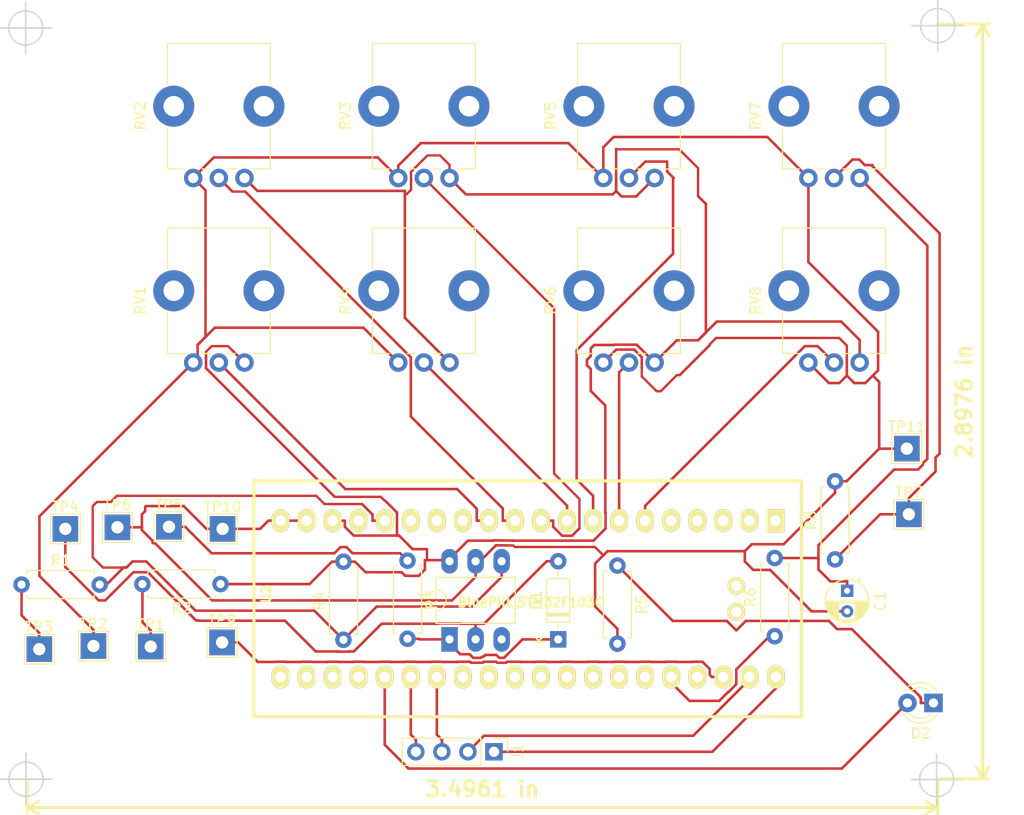
<source format=kicad_pcb>
(kicad_pcb (version 20171130) (host pcbnew 5.0.2+dfsg1-1~bpo9+1)

  (general
    (thickness 1.6)
    (drawings 6)
    (tracks 458)
    (zones 0)
    (modules 31)
    (nets 26)
  )

  (page A4)
  (layers
    (0 F.Cu signal)
    (31 B.Cu signal)
    (32 B.Adhes user)
    (33 F.Adhes user)
    (34 B.Paste user)
    (35 F.Paste user)
    (36 B.SilkS user)
    (37 F.SilkS user)
    (38 B.Mask user)
    (39 F.Mask user)
    (40 Dwgs.User user)
    (41 Cmts.User user)
    (42 Eco1.User user)
    (43 Eco2.User user)
    (44 Edge.Cuts user)
    (45 Margin user)
    (46 B.CrtYd user)
    (47 F.CrtYd user)
    (48 B.Fab user)
    (49 F.Fab user)
  )

  (setup
    (last_trace_width 0.23)
    (trace_clearance 0.23)
    (zone_clearance 0.508)
    (zone_45_only no)
    (trace_min 0.2)
    (segment_width 0.2)
    (edge_width 0.15)
    (via_size 2.3)
    (via_drill 1.2)
    (via_min_size 0.4)
    (via_min_drill 0.3)
    (uvia_size 0.3)
    (uvia_drill 0.1)
    (uvias_allowed no)
    (uvia_min_size 0.2)
    (uvia_min_drill 0.1)
    (pcb_text_width 0.3)
    (pcb_text_size 1.5 1.5)
    (mod_edge_width 0.15)
    (mod_text_size 1 1)
    (mod_text_width 0.15)
    (pad_size 1.524 1.524)
    (pad_drill 0.762)
    (pad_to_mask_clearance 0.051)
    (solder_mask_min_width 0.25)
    (aux_axis_origin 0 0)
    (visible_elements FFFFFF7F)
    (pcbplotparams
      (layerselection 0x010fc_ffffffff)
      (usegerberextensions false)
      (usegerberattributes false)
      (usegerberadvancedattributes false)
      (creategerberjobfile false)
      (excludeedgelayer true)
      (linewidth 0.100000)
      (plotframeref false)
      (viasonmask false)
      (mode 1)
      (useauxorigin false)
      (hpglpennumber 1)
      (hpglpenspeed 20)
      (hpglpendiameter 15.000000)
      (psnegative false)
      (psa4output false)
      (plotreference true)
      (plotvalue true)
      (plotinvisibletext false)
      (padsonsilk false)
      (subtractmaskfromsilk false)
      (outputformat 1)
      (mirror false)
      (drillshape 1)
      (scaleselection 1)
      (outputdirectory ""))
  )

  (net 0 "")
  (net 1 "Net-(D1-Pad1)")
  (net 2 "Net-(D1-Pad2)")
  (net 3 "Net-(TP9-Pad1)")
  (net 4 "Net-(RV6-Pad2)")
  (net 5 "Net-(RV5-Pad2)")
  (net 6 "Net-(RV4-Pad2)")
  (net 7 "Net-(RV3-Pad2)")
  (net 8 "Net-(RV2-Pad2)")
  (net 9 "Net-(RV1-Pad2)")
  (net 10 "Net-(R1-Pad2)")
  (net 11 +3V3)
  (net 12 GND)
  (net 13 "Net-(D2-Pad2)")
  (net 14 "Net-(J1-Pad4)")
  (net 15 "Net-(J1-Pad3)")
  (net 16 "Net-(R6-Pad1)")
  (net 17 "Net-(J1-Pad2)")
  (net 18 "Net-(J1-Pad1)")
  (net 19 "Net-(C1-Pad1)")
  (net 20 "Net-(D2-Pad1)")
  (net 21 "Net-(R1-Pad1)")
  (net 22 "Net-(R2-Pad2)")
  (net 23 "Net-(R3-Pad1)")
  (net 24 "Net-(R8-Pad1)")
  (net 25 "Net-(RV8-Pad2)")

  (net_class Default "Ceci est la Netclass par défaut."
    (clearance 0.23)
    (trace_width 0.23)
    (via_dia 2.3)
    (via_drill 1.2)
    (uvia_dia 0.3)
    (uvia_drill 0.1)
    (add_net +3V3)
    (add_net GND)
    (add_net "Net-(C1-Pad1)")
    (add_net "Net-(D1-Pad1)")
    (add_net "Net-(D1-Pad2)")
    (add_net "Net-(D2-Pad1)")
    (add_net "Net-(D2-Pad2)")
    (add_net "Net-(J1-Pad1)")
    (add_net "Net-(J1-Pad2)")
    (add_net "Net-(J1-Pad3)")
    (add_net "Net-(J1-Pad4)")
    (add_net "Net-(R1-Pad1)")
    (add_net "Net-(R1-Pad2)")
    (add_net "Net-(R2-Pad2)")
    (add_net "Net-(R3-Pad1)")
    (add_net "Net-(R6-Pad1)")
    (add_net "Net-(R8-Pad1)")
    (add_net "Net-(RV1-Pad2)")
    (add_net "Net-(RV2-Pad2)")
    (add_net "Net-(RV3-Pad2)")
    (add_net "Net-(RV4-Pad2)")
    (add_net "Net-(RV5-Pad2)")
    (add_net "Net-(RV6-Pad2)")
    (add_net "Net-(RV8-Pad2)")
    (add_net "Net-(TP9-Pad1)")
  )

  (module BluePill_breakouts:BluePill_STM32F103C (layer F.Cu) (tedit 59B4EF3F) (tstamp 5D118BED)
    (at 121.73 70.4215 270)
    (descr "STM32F103C8 BluePill board")
    (path /5D04FCF5)
    (fp_text reference U2 (at 7.1628 49.6062 90) (layer F.SilkS)
      (effects (font (size 0.889 0.889) (thickness 0.3048)))
    )
    (fp_text value BluePill_STM32F103C (at 7.9756 23.7998) (layer F.SilkS)
      (effects (font (size 0.889 0.889) (thickness 0.22225)))
    )
    (fp_line (start 19.12 -2.59) (end 19.12 50.81) (layer F.SilkS) (width 0.3048))
    (fp_line (start 19.12 50.81) (end -3.88 50.81) (layer F.SilkS) (width 0.3048))
    (fp_line (start -3.88 50.81) (end -3.88 -2.59) (layer F.SilkS) (width 0.3048))
    (fp_line (start -3.88 -2.59) (end 19.12 -2.59) (layer F.SilkS) (width 0.3048))
    (pad 1 thru_hole rect (at 0 -0.0508 180) (size 1.7272 2.25) (drill 1.016) (layers *.Cu *.Mask F.SilkS))
    (pad 2 thru_hole oval (at 0 2.4892 180) (size 1.7272 2.25) (drill 1.016) (layers *.Cu *.Mask F.SilkS))
    (pad 3 thru_hole oval (at 0 5.0292 180) (size 1.7272 2.25) (drill 1.016) (layers *.Cu *.Mask F.SilkS))
    (pad 4 thru_hole oval (at 0 7.5692 180) (size 1.7272 2.25) (drill 1.016) (layers *.Cu *.Mask F.SilkS))
    (pad 5 thru_hole oval (at 0 10.1092 180) (size 1.7272 2.25) (drill 1.016) (layers *.Cu *.Mask F.SilkS))
    (pad 6 thru_hole oval (at 0 12.6492 180) (size 1.7272 2.25) (drill 1.016) (layers *.Cu *.Mask F.SilkS)
      (net 25 "Net-(RV8-Pad2)"))
    (pad 7 thru_hole oval (at 0 15.1892 180) (size 1.7272 2.25) (drill 1.016) (layers *.Cu *.Mask F.SilkS)
      (net 4 "Net-(RV6-Pad2)"))
    (pad 8 thru_hole oval (at 0 17.7292 180) (size 1.7272 2.25) (drill 1.016) (layers *.Cu *.Mask F.SilkS)
      (net 5 "Net-(RV5-Pad2)"))
    (pad 9 thru_hole oval (at 0 20.2692 180) (size 1.7272 2.25) (drill 1.016) (layers *.Cu *.Mask F.SilkS)
      (net 6 "Net-(RV4-Pad2)"))
    (pad 10 thru_hole oval (at 0 22.8092 180) (size 1.7272 2.25) (drill 1.016) (layers *.Cu *.Mask F.SilkS)
      (net 7 "Net-(RV3-Pad2)"))
    (pad 11 thru_hole oval (at 0 25.3492 180) (size 1.7272 2.25) (drill 1.016) (layers *.Cu *.Mask F.SilkS)
      (net 8 "Net-(RV2-Pad2)"))
    (pad 12 thru_hole oval (at 0 27.8892 180) (size 1.7272 2.25) (drill 1.016) (layers *.Cu *.Mask F.SilkS)
      (net 9 "Net-(RV1-Pad2)"))
    (pad 13 thru_hole oval (at 0 30.4292 180) (size 1.7272 2.25) (drill 1.016) (layers *.Cu *.Mask F.SilkS))
    (pad 14 thru_hole oval (at 0 32.9692 180) (size 1.7272 2.25) (drill 1.016) (layers *.Cu *.Mask F.SilkS))
    (pad 15 thru_hole oval (at 0 35.5092 180) (size 1.7272 2.25) (drill 1.016) (layers *.Cu *.Mask F.SilkS))
    (pad 16 thru_hole oval (at 0 38.0492 180) (size 1.7272 2.25) (drill 1.016) (layers *.Cu *.Mask F.SilkS)
      (net 10 "Net-(R1-Pad2)"))
    (pad 17 thru_hole oval (at 0 40.5892 180) (size 1.7272 2.25) (drill 1.016) (layers *.Cu *.Mask F.SilkS))
    (pad 18 thru_hole oval (at 0 43.1292 180) (size 1.7272 2.25) (drill 1.016) (layers *.Cu *.Mask F.SilkS)
      (net 11 +3V3))
    (pad 19 thru_hole oval (at 0 45.6692 180) (size 1.7272 2.25) (drill 1.016) (layers *.Cu *.Mask F.SilkS)
      (net 12 GND))
    (pad 20 thru_hole oval (at 0 48.2092 180) (size 1.7272 2.25) (drill 1.016) (layers *.Cu *.Mask F.SilkS)
      (net 12 GND))
    (pad 21 thru_hole oval (at 15.24 48.2092) (size 1.7272 2.25) (drill 1.016) (layers *.Cu *.Mask F.SilkS))
    (pad 22 thru_hole oval (at 15.24 45.6692) (size 1.7272 2.25) (drill 1.016) (layers *.Cu *.Mask F.SilkS))
    (pad 23 thru_hole oval (at 15.24 43.1292) (size 1.7272 2.25) (drill 1.016) (layers *.Cu *.Mask F.SilkS))
    (pad 24 thru_hole oval (at 15.24 40.5892) (size 1.7272 2.25) (drill 1.016) (layers *.Cu *.Mask F.SilkS))
    (pad 25 thru_hole oval (at 15.24 38.0492) (size 1.7272 2.25) (drill 1.016) (layers *.Cu *.Mask F.SilkS)
      (net 13 "Net-(D2-Pad2)"))
    (pad 26 thru_hole oval (at 15.24 35.5092) (size 1.7272 2.25) (drill 1.016) (layers *.Cu *.Mask F.SilkS)
      (net 14 "Net-(J1-Pad4)"))
    (pad 27 thru_hole oval (at 15.24 32.9692) (size 1.7272 2.25) (drill 1.016) (layers *.Cu *.Mask F.SilkS)
      (net 15 "Net-(J1-Pad3)"))
    (pad 28 thru_hole oval (at 15.24 30.4292) (size 1.7272 2.25) (drill 1.016) (layers *.Cu *.Mask F.SilkS))
    (pad 29 thru_hole oval (at 15.24 27.8892) (size 1.7272 2.25) (drill 1.016) (layers *.Cu *.Mask F.SilkS))
    (pad 30 thru_hole oval (at 15.24 25.3492) (size 1.7272 2.25) (drill 1.016) (layers *.Cu *.Mask F.SilkS))
    (pad 31 thru_hole oval (at 15.24 22.8092) (size 1.7272 2.25) (drill 1.016) (layers *.Cu *.Mask F.SilkS))
    (pad 32 thru_hole oval (at 15.24 20.2692) (size 1.7272 2.25) (drill 1.016) (layers *.Cu *.Mask F.SilkS))
    (pad 33 thru_hole oval (at 15.24 17.7292) (size 1.7272 2.25) (drill 1.016) (layers *.Cu *.Mask F.SilkS))
    (pad 34 thru_hole oval (at 15.24 15.1892) (size 1.7272 2.25) (drill 1.016) (layers *.Cu *.Mask F.SilkS))
    (pad 35 thru_hole oval (at 15.24 12.6492) (size 1.7272 2.25) (drill 1.016) (layers *.Cu *.Mask F.SilkS))
    (pad 36 thru_hole oval (at 15.24 10.1092) (size 1.7272 2.25) (drill 1.016) (layers *.Cu *.Mask F.SilkS)
      (net 16 "Net-(R6-Pad1)"))
    (pad 37 thru_hole oval (at 15.24 7.5692) (size 1.7272 2.25) (drill 1.016) (layers *.Cu *.Mask F.SilkS))
    (pad 38 thru_hole oval (at 15.24 5.0292) (size 1.7272 2.25) (drill 1.016) (layers *.Cu *.Mask F.SilkS)
      (net 3 "Net-(TP9-Pad1)"))
    (pad 39 thru_hole oval (at 15.24 2.4892) (size 1.7272 2.25) (drill 1.016) (layers *.Cu *.Mask F.SilkS)
      (net 17 "Net-(J1-Pad2)"))
    (pad 40 thru_hole oval (at 15.24 -0.1016) (size 1.7272 2.25) (drill 1.016) (layers *.Cu *.Mask F.SilkS)
      (net 18 "Net-(J1-Pad1)"))
    (pad 41 thru_hole oval (at 8.9 3.7592) (size 1.7272 1.7272) (drill 1.016) (layers *.Cu *.Mask F.SilkS))
    (pad 42 thru_hole oval (at 6.36 3.7592) (size 1.7272 1.7272) (drill 1.016) (layers *.Cu *.Mask F.SilkS))
  )

  (module Capacitor_THT:CP_Radial_D4.0mm_P2.00mm (layer F.Cu) (tedit 5AE50EF0) (tstamp 5D1188F8)
    (at 128.778 77.2668 270)
    (descr "CP, Radial series, Radial, pin pitch=2.00mm, , diameter=4mm, Electrolytic Capacitor")
    (tags "CP Radial series Radial pin pitch 2.00mm  diameter 4mm Electrolytic Capacitor")
    (path /5D08D78B)
    (fp_text reference C1 (at 1 -3.25 270) (layer F.SilkS)
      (effects (font (size 1 1) (thickness 0.15)))
    )
    (fp_text value 10n (at 1 3.25 270) (layer F.Fab)
      (effects (font (size 1 1) (thickness 0.15)))
    )
    (fp_circle (center 1 0) (end 3 0) (layer F.Fab) (width 0.1))
    (fp_circle (center 1 0) (end 3.12 0) (layer F.SilkS) (width 0.12))
    (fp_circle (center 1 0) (end 3.25 0) (layer F.CrtYd) (width 0.05))
    (fp_line (start -0.702554 -0.8675) (end -0.302554 -0.8675) (layer F.Fab) (width 0.1))
    (fp_line (start -0.502554 -1.0675) (end -0.502554 -0.6675) (layer F.Fab) (width 0.1))
    (fp_line (start 1 -2.08) (end 1 2.08) (layer F.SilkS) (width 0.12))
    (fp_line (start 1.04 -2.08) (end 1.04 2.08) (layer F.SilkS) (width 0.12))
    (fp_line (start 1.08 -2.079) (end 1.08 2.079) (layer F.SilkS) (width 0.12))
    (fp_line (start 1.12 -2.077) (end 1.12 2.077) (layer F.SilkS) (width 0.12))
    (fp_line (start 1.16 -2.074) (end 1.16 2.074) (layer F.SilkS) (width 0.12))
    (fp_line (start 1.2 -2.071) (end 1.2 -0.84) (layer F.SilkS) (width 0.12))
    (fp_line (start 1.2 0.84) (end 1.2 2.071) (layer F.SilkS) (width 0.12))
    (fp_line (start 1.24 -2.067) (end 1.24 -0.84) (layer F.SilkS) (width 0.12))
    (fp_line (start 1.24 0.84) (end 1.24 2.067) (layer F.SilkS) (width 0.12))
    (fp_line (start 1.28 -2.062) (end 1.28 -0.84) (layer F.SilkS) (width 0.12))
    (fp_line (start 1.28 0.84) (end 1.28 2.062) (layer F.SilkS) (width 0.12))
    (fp_line (start 1.32 -2.056) (end 1.32 -0.84) (layer F.SilkS) (width 0.12))
    (fp_line (start 1.32 0.84) (end 1.32 2.056) (layer F.SilkS) (width 0.12))
    (fp_line (start 1.36 -2.05) (end 1.36 -0.84) (layer F.SilkS) (width 0.12))
    (fp_line (start 1.36 0.84) (end 1.36 2.05) (layer F.SilkS) (width 0.12))
    (fp_line (start 1.4 -2.042) (end 1.4 -0.84) (layer F.SilkS) (width 0.12))
    (fp_line (start 1.4 0.84) (end 1.4 2.042) (layer F.SilkS) (width 0.12))
    (fp_line (start 1.44 -2.034) (end 1.44 -0.84) (layer F.SilkS) (width 0.12))
    (fp_line (start 1.44 0.84) (end 1.44 2.034) (layer F.SilkS) (width 0.12))
    (fp_line (start 1.48 -2.025) (end 1.48 -0.84) (layer F.SilkS) (width 0.12))
    (fp_line (start 1.48 0.84) (end 1.48 2.025) (layer F.SilkS) (width 0.12))
    (fp_line (start 1.52 -2.016) (end 1.52 -0.84) (layer F.SilkS) (width 0.12))
    (fp_line (start 1.52 0.84) (end 1.52 2.016) (layer F.SilkS) (width 0.12))
    (fp_line (start 1.56 -2.005) (end 1.56 -0.84) (layer F.SilkS) (width 0.12))
    (fp_line (start 1.56 0.84) (end 1.56 2.005) (layer F.SilkS) (width 0.12))
    (fp_line (start 1.6 -1.994) (end 1.6 -0.84) (layer F.SilkS) (width 0.12))
    (fp_line (start 1.6 0.84) (end 1.6 1.994) (layer F.SilkS) (width 0.12))
    (fp_line (start 1.64 -1.982) (end 1.64 -0.84) (layer F.SilkS) (width 0.12))
    (fp_line (start 1.64 0.84) (end 1.64 1.982) (layer F.SilkS) (width 0.12))
    (fp_line (start 1.68 -1.968) (end 1.68 -0.84) (layer F.SilkS) (width 0.12))
    (fp_line (start 1.68 0.84) (end 1.68 1.968) (layer F.SilkS) (width 0.12))
    (fp_line (start 1.721 -1.954) (end 1.721 -0.84) (layer F.SilkS) (width 0.12))
    (fp_line (start 1.721 0.84) (end 1.721 1.954) (layer F.SilkS) (width 0.12))
    (fp_line (start 1.761 -1.94) (end 1.761 -0.84) (layer F.SilkS) (width 0.12))
    (fp_line (start 1.761 0.84) (end 1.761 1.94) (layer F.SilkS) (width 0.12))
    (fp_line (start 1.801 -1.924) (end 1.801 -0.84) (layer F.SilkS) (width 0.12))
    (fp_line (start 1.801 0.84) (end 1.801 1.924) (layer F.SilkS) (width 0.12))
    (fp_line (start 1.841 -1.907) (end 1.841 -0.84) (layer F.SilkS) (width 0.12))
    (fp_line (start 1.841 0.84) (end 1.841 1.907) (layer F.SilkS) (width 0.12))
    (fp_line (start 1.881 -1.889) (end 1.881 -0.84) (layer F.SilkS) (width 0.12))
    (fp_line (start 1.881 0.84) (end 1.881 1.889) (layer F.SilkS) (width 0.12))
    (fp_line (start 1.921 -1.87) (end 1.921 -0.84) (layer F.SilkS) (width 0.12))
    (fp_line (start 1.921 0.84) (end 1.921 1.87) (layer F.SilkS) (width 0.12))
    (fp_line (start 1.961 -1.851) (end 1.961 -0.84) (layer F.SilkS) (width 0.12))
    (fp_line (start 1.961 0.84) (end 1.961 1.851) (layer F.SilkS) (width 0.12))
    (fp_line (start 2.001 -1.83) (end 2.001 -0.84) (layer F.SilkS) (width 0.12))
    (fp_line (start 2.001 0.84) (end 2.001 1.83) (layer F.SilkS) (width 0.12))
    (fp_line (start 2.041 -1.808) (end 2.041 -0.84) (layer F.SilkS) (width 0.12))
    (fp_line (start 2.041 0.84) (end 2.041 1.808) (layer F.SilkS) (width 0.12))
    (fp_line (start 2.081 -1.785) (end 2.081 -0.84) (layer F.SilkS) (width 0.12))
    (fp_line (start 2.081 0.84) (end 2.081 1.785) (layer F.SilkS) (width 0.12))
    (fp_line (start 2.121 -1.76) (end 2.121 -0.84) (layer F.SilkS) (width 0.12))
    (fp_line (start 2.121 0.84) (end 2.121 1.76) (layer F.SilkS) (width 0.12))
    (fp_line (start 2.161 -1.735) (end 2.161 -0.84) (layer F.SilkS) (width 0.12))
    (fp_line (start 2.161 0.84) (end 2.161 1.735) (layer F.SilkS) (width 0.12))
    (fp_line (start 2.201 -1.708) (end 2.201 -0.84) (layer F.SilkS) (width 0.12))
    (fp_line (start 2.201 0.84) (end 2.201 1.708) (layer F.SilkS) (width 0.12))
    (fp_line (start 2.241 -1.68) (end 2.241 -0.84) (layer F.SilkS) (width 0.12))
    (fp_line (start 2.241 0.84) (end 2.241 1.68) (layer F.SilkS) (width 0.12))
    (fp_line (start 2.281 -1.65) (end 2.281 -0.84) (layer F.SilkS) (width 0.12))
    (fp_line (start 2.281 0.84) (end 2.281 1.65) (layer F.SilkS) (width 0.12))
    (fp_line (start 2.321 -1.619) (end 2.321 -0.84) (layer F.SilkS) (width 0.12))
    (fp_line (start 2.321 0.84) (end 2.321 1.619) (layer F.SilkS) (width 0.12))
    (fp_line (start 2.361 -1.587) (end 2.361 -0.84) (layer F.SilkS) (width 0.12))
    (fp_line (start 2.361 0.84) (end 2.361 1.587) (layer F.SilkS) (width 0.12))
    (fp_line (start 2.401 -1.552) (end 2.401 -0.84) (layer F.SilkS) (width 0.12))
    (fp_line (start 2.401 0.84) (end 2.401 1.552) (layer F.SilkS) (width 0.12))
    (fp_line (start 2.441 -1.516) (end 2.441 -0.84) (layer F.SilkS) (width 0.12))
    (fp_line (start 2.441 0.84) (end 2.441 1.516) (layer F.SilkS) (width 0.12))
    (fp_line (start 2.481 -1.478) (end 2.481 -0.84) (layer F.SilkS) (width 0.12))
    (fp_line (start 2.481 0.84) (end 2.481 1.478) (layer F.SilkS) (width 0.12))
    (fp_line (start 2.521 -1.438) (end 2.521 -0.84) (layer F.SilkS) (width 0.12))
    (fp_line (start 2.521 0.84) (end 2.521 1.438) (layer F.SilkS) (width 0.12))
    (fp_line (start 2.561 -1.396) (end 2.561 -0.84) (layer F.SilkS) (width 0.12))
    (fp_line (start 2.561 0.84) (end 2.561 1.396) (layer F.SilkS) (width 0.12))
    (fp_line (start 2.601 -1.351) (end 2.601 -0.84) (layer F.SilkS) (width 0.12))
    (fp_line (start 2.601 0.84) (end 2.601 1.351) (layer F.SilkS) (width 0.12))
    (fp_line (start 2.641 -1.304) (end 2.641 -0.84) (layer F.SilkS) (width 0.12))
    (fp_line (start 2.641 0.84) (end 2.641 1.304) (layer F.SilkS) (width 0.12))
    (fp_line (start 2.681 -1.254) (end 2.681 -0.84) (layer F.SilkS) (width 0.12))
    (fp_line (start 2.681 0.84) (end 2.681 1.254) (layer F.SilkS) (width 0.12))
    (fp_line (start 2.721 -1.2) (end 2.721 -0.84) (layer F.SilkS) (width 0.12))
    (fp_line (start 2.721 0.84) (end 2.721 1.2) (layer F.SilkS) (width 0.12))
    (fp_line (start 2.761 -1.142) (end 2.761 -0.84) (layer F.SilkS) (width 0.12))
    (fp_line (start 2.761 0.84) (end 2.761 1.142) (layer F.SilkS) (width 0.12))
    (fp_line (start 2.801 -1.08) (end 2.801 -0.84) (layer F.SilkS) (width 0.12))
    (fp_line (start 2.801 0.84) (end 2.801 1.08) (layer F.SilkS) (width 0.12))
    (fp_line (start 2.841 -1.013) (end 2.841 1.013) (layer F.SilkS) (width 0.12))
    (fp_line (start 2.881 -0.94) (end 2.881 0.94) (layer F.SilkS) (width 0.12))
    (fp_line (start 2.921 -0.859) (end 2.921 0.859) (layer F.SilkS) (width 0.12))
    (fp_line (start 2.961 -0.768) (end 2.961 0.768) (layer F.SilkS) (width 0.12))
    (fp_line (start 3.001 -0.664) (end 3.001 0.664) (layer F.SilkS) (width 0.12))
    (fp_line (start 3.041 -0.537) (end 3.041 0.537) (layer F.SilkS) (width 0.12))
    (fp_line (start 3.081 -0.37) (end 3.081 0.37) (layer F.SilkS) (width 0.12))
    (fp_line (start -1.269801 -1.195) (end -0.869801 -1.195) (layer F.SilkS) (width 0.12))
    (fp_line (start -1.069801 -1.395) (end -1.069801 -0.995) (layer F.SilkS) (width 0.12))
    (fp_text user %R (at 1 0 270) (layer F.Fab)
      (effects (font (size 0.8 0.8) (thickness 0.12)))
    )
    (pad 1 thru_hole rect (at 0 0 270) (size 1.2 1.2) (drill 0.6) (layers *.Cu *.Mask)
      (net 19 "Net-(C1-Pad1)"))
    (pad 2 thru_hole circle (at 2 0 270) (size 1.2 1.2) (drill 0.6) (layers *.Cu *.Mask)
      (net 12 GND))
    (model ${KISYS3DMOD}/Capacitor_THT.3dshapes/CP_Radial_D4.0mm_P2.00mm.wrl
      (at (xyz 0 0 0))
      (scale (xyz 1 1 1))
      (rotate (xyz 0 0 0))
    )
  )

  (module Diode_THT:D_DO-35_SOD27_P7.62mm_Horizontal (layer F.Cu) (tedit 5AE50CD5) (tstamp 5D118983)
    (at 100.6 82 90)
    (descr "Diode, DO-35_SOD27 series, Axial, Horizontal, pin pitch=7.62mm, , length*diameter=4*2mm^2, , http://www.diodes.com/_files/packages/DO-35.pdf")
    (tags "Diode DO-35_SOD27 series Axial Horizontal pin pitch 7.62mm  length 4mm diameter 2mm")
    (path /5D0624B1)
    (fp_text reference D1 (at 3.81 -2.12 90) (layer F.SilkS)
      (effects (font (size 1 1) (thickness 0.15)))
    )
    (fp_text value 1N914 (at 3.81 2.12 90) (layer F.Fab)
      (effects (font (size 1 1) (thickness 0.15)))
    )
    (fp_line (start 1.81 -1) (end 1.81 1) (layer F.Fab) (width 0.1))
    (fp_line (start 1.81 1) (end 5.81 1) (layer F.Fab) (width 0.1))
    (fp_line (start 5.81 1) (end 5.81 -1) (layer F.Fab) (width 0.1))
    (fp_line (start 5.81 -1) (end 1.81 -1) (layer F.Fab) (width 0.1))
    (fp_line (start 0 0) (end 1.81 0) (layer F.Fab) (width 0.1))
    (fp_line (start 7.62 0) (end 5.81 0) (layer F.Fab) (width 0.1))
    (fp_line (start 2.41 -1) (end 2.41 1) (layer F.Fab) (width 0.1))
    (fp_line (start 2.51 -1) (end 2.51 1) (layer F.Fab) (width 0.1))
    (fp_line (start 2.31 -1) (end 2.31 1) (layer F.Fab) (width 0.1))
    (fp_line (start 1.69 -1.12) (end 1.69 1.12) (layer F.SilkS) (width 0.12))
    (fp_line (start 1.69 1.12) (end 5.93 1.12) (layer F.SilkS) (width 0.12))
    (fp_line (start 5.93 1.12) (end 5.93 -1.12) (layer F.SilkS) (width 0.12))
    (fp_line (start 5.93 -1.12) (end 1.69 -1.12) (layer F.SilkS) (width 0.12))
    (fp_line (start 1.04 0) (end 1.69 0) (layer F.SilkS) (width 0.12))
    (fp_line (start 6.58 0) (end 5.93 0) (layer F.SilkS) (width 0.12))
    (fp_line (start 2.41 -1.12) (end 2.41 1.12) (layer F.SilkS) (width 0.12))
    (fp_line (start 2.53 -1.12) (end 2.53 1.12) (layer F.SilkS) (width 0.12))
    (fp_line (start 2.29 -1.12) (end 2.29 1.12) (layer F.SilkS) (width 0.12))
    (fp_line (start -1.05 -1.25) (end -1.05 1.25) (layer F.CrtYd) (width 0.05))
    (fp_line (start -1.05 1.25) (end 8.67 1.25) (layer F.CrtYd) (width 0.05))
    (fp_line (start 8.67 1.25) (end 8.67 -1.25) (layer F.CrtYd) (width 0.05))
    (fp_line (start 8.67 -1.25) (end -1.05 -1.25) (layer F.CrtYd) (width 0.05))
    (fp_text user %R (at 4.11 0 90) (layer F.Fab)
      (effects (font (size 0.8 0.8) (thickness 0.12)))
    )
    (fp_text user K (at 0 -1.8 90) (layer F.Fab)
      (effects (font (size 1 1) (thickness 0.15)))
    )
    (fp_text user K (at 0 -1.8 90) (layer F.SilkS)
      (effects (font (size 1 1) (thickness 0.15)))
    )
    (pad 1 thru_hole rect (at 0 0 90) (size 1.6 1.6) (drill 0.8) (layers *.Cu *.Mask)
      (net 1 "Net-(D1-Pad1)"))
    (pad 2 thru_hole oval (at 7.62 0 90) (size 1.6 1.6) (drill 0.8) (layers *.Cu *.Mask)
      (net 2 "Net-(D1-Pad2)"))
    (model ${KISYS3DMOD}/Diode_THT.3dshapes/D_DO-35_SOD27_P7.62mm_Horizontal.wrl
      (at (xyz 0 0 0))
      (scale (xyz 1 1 1))
      (rotate (xyz 0 0 0))
    )
  )

  (module LED_THT:LED_D3.0mm (layer F.Cu) (tedit 587A3A7B) (tstamp 5D118996)
    (at 137.2 88.2 180)
    (descr "LED, diameter 3.0mm, 2 pins")
    (tags "LED diameter 3.0mm 2 pins")
    (path /5D0950C7)
    (fp_text reference D2 (at 1.27 -2.96 180) (layer F.SilkS)
      (effects (font (size 1 1) (thickness 0.15)))
    )
    (fp_text value LED (at 1.27 2.96 180) (layer F.Fab)
      (effects (font (size 1 1) (thickness 0.15)))
    )
    (fp_arc (start 1.27 0) (end -0.23 -1.16619) (angle 284.3) (layer F.Fab) (width 0.1))
    (fp_arc (start 1.27 0) (end -0.29 -1.235516) (angle 108.8) (layer F.SilkS) (width 0.12))
    (fp_arc (start 1.27 0) (end -0.29 1.235516) (angle -108.8) (layer F.SilkS) (width 0.12))
    (fp_arc (start 1.27 0) (end 0.229039 -1.08) (angle 87.9) (layer F.SilkS) (width 0.12))
    (fp_arc (start 1.27 0) (end 0.229039 1.08) (angle -87.9) (layer F.SilkS) (width 0.12))
    (fp_circle (center 1.27 0) (end 2.77 0) (layer F.Fab) (width 0.1))
    (fp_line (start -0.23 -1.16619) (end -0.23 1.16619) (layer F.Fab) (width 0.1))
    (fp_line (start -0.29 -1.236) (end -0.29 -1.08) (layer F.SilkS) (width 0.12))
    (fp_line (start -0.29 1.08) (end -0.29 1.236) (layer F.SilkS) (width 0.12))
    (fp_line (start -1.15 -2.25) (end -1.15 2.25) (layer F.CrtYd) (width 0.05))
    (fp_line (start -1.15 2.25) (end 3.7 2.25) (layer F.CrtYd) (width 0.05))
    (fp_line (start 3.7 2.25) (end 3.7 -2.25) (layer F.CrtYd) (width 0.05))
    (fp_line (start 3.7 -2.25) (end -1.15 -2.25) (layer F.CrtYd) (width 0.05))
    (pad 1 thru_hole rect (at 0 0 180) (size 1.8 1.8) (drill 0.9) (layers *.Cu *.Mask)
      (net 20 "Net-(D2-Pad1)"))
    (pad 2 thru_hole circle (at 2.54 0 180) (size 1.8 1.8) (drill 0.9) (layers *.Cu *.Mask)
      (net 13 "Net-(D2-Pad2)"))
    (model ${KISYS3DMOD}/LED_THT.3dshapes/LED_D3.0mm.wrl
      (at (xyz 0 0 0))
      (scale (xyz 1 1 1))
      (rotate (xyz 0 0 0))
    )
  )

  (module Connector_PinHeader_2.54mm:PinHeader_1x04_P2.54mm_Vertical (layer F.Cu) (tedit 5D0679DD) (tstamp 5D1189AE)
    (at 94.3356 92.964 270)
    (descr "Through hole straight pin header, 1x04, 2.54mm pitch, single row")
    (tags "Through hole pin header THT 1x04 2.54mm single row")
    (path /5D05025C)
    (fp_text reference J1 (at 0 -2.33 270) (layer F.SilkS)
      (effects (font (size 1 1) (thickness 0.15)))
    )
    (fp_text value Conn_01x04_Female (at 3.036 3.3356) (layer F.Fab)
      (effects (font (size 1 1) (thickness 0.15)))
    )
    (fp_line (start -0.635 -1.27) (end 1.27 -1.27) (layer F.Fab) (width 0.1))
    (fp_line (start 1.27 -1.27) (end 1.27 8.89) (layer F.Fab) (width 0.1))
    (fp_line (start 1.27 8.89) (end -1.27 8.89) (layer F.Fab) (width 0.1))
    (fp_line (start -1.27 8.89) (end -1.27 -0.635) (layer F.Fab) (width 0.1))
    (fp_line (start -1.27 -0.635) (end -0.635 -1.27) (layer F.Fab) (width 0.1))
    (fp_line (start -1.33 8.95) (end 1.33 8.95) (layer F.SilkS) (width 0.12))
    (fp_line (start -1.33 1.27) (end -1.33 8.95) (layer F.SilkS) (width 0.12))
    (fp_line (start 1.33 1.27) (end 1.33 8.95) (layer F.SilkS) (width 0.12))
    (fp_line (start -1.33 1.27) (end 1.33 1.27) (layer F.SilkS) (width 0.12))
    (fp_line (start -1.33 0) (end -1.33 -1.33) (layer F.SilkS) (width 0.12))
    (fp_line (start -1.33 -1.33) (end 0 -1.33) (layer F.SilkS) (width 0.12))
    (fp_line (start -1.8 -1.8) (end -1.8 9.4) (layer F.CrtYd) (width 0.05))
    (fp_line (start -1.8 9.4) (end 1.8 9.4) (layer F.CrtYd) (width 0.05))
    (fp_line (start 1.8 9.4) (end 1.8 -1.8) (layer F.CrtYd) (width 0.05))
    (fp_line (start 1.8 -1.8) (end -1.8 -1.8) (layer F.CrtYd) (width 0.05))
    (fp_text user %R (at 0 3.81) (layer F.Fab)
      (effects (font (size 1 1) (thickness 0.15)))
    )
    (pad 1 thru_hole rect (at 0 0 270) (size 1.7 1.7) (drill 1) (layers *.Cu *.Mask)
      (net 18 "Net-(J1-Pad1)"))
    (pad 2 thru_hole oval (at 0 2.54 270) (size 1.7 1.7) (drill 1) (layers *.Cu *.Mask)
      (net 17 "Net-(J1-Pad2)"))
    (pad 3 thru_hole oval (at 0 5.08 270) (size 1.7 1.7) (drill 1) (layers *.Cu *.Mask)
      (net 15 "Net-(J1-Pad3)"))
    (pad 4 thru_hole oval (at 0 7.62 270) (size 1.7 1.7) (drill 1) (layers *.Cu *.Mask)
      (net 14 "Net-(J1-Pad4)"))
    (model ${KISYS3DMOD}/Connector_PinHeader_2.54mm.3dshapes/PinHeader_1x04_P2.54mm_Vertical.wrl
      (at (xyz 0 0 0))
      (scale (xyz 1 1 1))
      (rotate (xyz 0 0 0))
    )
  )

  (module Resistor_THT:R_Axial_DIN0207_L6.3mm_D2.5mm_P7.62mm_Horizontal (layer F.Cu) (tedit 5AE5139B) (tstamp 5D1189C5)
    (at 48.26 76.6572)
    (descr "Resistor, Axial_DIN0207 series, Axial, Horizontal, pin pitch=7.62mm, 0.25W = 1/4W, length*diameter=6.3*2.5mm^2, http://cdn-reichelt.de/documents/datenblatt/B400/1_4W%23YAG.pdf")
    (tags "Resistor Axial_DIN0207 series Axial Horizontal pin pitch 7.62mm 0.25W = 1/4W length 6.3mm diameter 2.5mm")
    (path /5D089794)
    (fp_text reference R1 (at 3.81 -2.37) (layer F.SilkS)
      (effects (font (size 1 1) (thickness 0.15)))
    )
    (fp_text value 10 (at 3.81 2.37) (layer F.Fab)
      (effects (font (size 1 1) (thickness 0.15)))
    )
    (fp_line (start 0.66 -1.25) (end 0.66 1.25) (layer F.Fab) (width 0.1))
    (fp_line (start 0.66 1.25) (end 6.96 1.25) (layer F.Fab) (width 0.1))
    (fp_line (start 6.96 1.25) (end 6.96 -1.25) (layer F.Fab) (width 0.1))
    (fp_line (start 6.96 -1.25) (end 0.66 -1.25) (layer F.Fab) (width 0.1))
    (fp_line (start 0 0) (end 0.66 0) (layer F.Fab) (width 0.1))
    (fp_line (start 7.62 0) (end 6.96 0) (layer F.Fab) (width 0.1))
    (fp_line (start 0.54 -1.04) (end 0.54 -1.37) (layer F.SilkS) (width 0.12))
    (fp_line (start 0.54 -1.37) (end 7.08 -1.37) (layer F.SilkS) (width 0.12))
    (fp_line (start 7.08 -1.37) (end 7.08 -1.04) (layer F.SilkS) (width 0.12))
    (fp_line (start 0.54 1.04) (end 0.54 1.37) (layer F.SilkS) (width 0.12))
    (fp_line (start 0.54 1.37) (end 7.08 1.37) (layer F.SilkS) (width 0.12))
    (fp_line (start 7.08 1.37) (end 7.08 1.04) (layer F.SilkS) (width 0.12))
    (fp_line (start -1.05 -1.5) (end -1.05 1.5) (layer F.CrtYd) (width 0.05))
    (fp_line (start -1.05 1.5) (end 8.67 1.5) (layer F.CrtYd) (width 0.05))
    (fp_line (start 8.67 1.5) (end 8.67 -1.5) (layer F.CrtYd) (width 0.05))
    (fp_line (start 8.67 -1.5) (end -1.05 -1.5) (layer F.CrtYd) (width 0.05))
    (fp_text user %R (at 3.81 0) (layer F.Fab)
      (effects (font (size 1 1) (thickness 0.15)))
    )
    (pad 1 thru_hole circle (at 0 0) (size 1.6 1.6) (drill 0.8) (layers *.Cu *.Mask)
      (net 21 "Net-(R1-Pad1)"))
    (pad 2 thru_hole oval (at 7.62 0) (size 1.6 1.6) (drill 0.8) (layers *.Cu *.Mask)
      (net 10 "Net-(R1-Pad2)"))
    (model ${KISYS3DMOD}/Resistor_THT.3dshapes/R_Axial_DIN0207_L6.3mm_D2.5mm_P7.62mm_Horizontal.wrl
      (at (xyz 0 0 0))
      (scale (xyz 1 1 1))
      (rotate (xyz 0 0 0))
    )
  )

  (module Resistor_THT:R_Axial_DIN0207_L6.3mm_D2.5mm_P7.62mm_Horizontal (layer F.Cu) (tedit 5AE5139B) (tstamp 5D1189DC)
    (at 67.6656 76.6064 180)
    (descr "Resistor, Axial_DIN0207 series, Axial, Horizontal, pin pitch=7.62mm, 0.25W = 1/4W, length*diameter=6.3*2.5mm^2, http://cdn-reichelt.de/documents/datenblatt/B400/1_4W%23YAG.pdf")
    (tags "Resistor Axial_DIN0207 series Axial Horizontal pin pitch 7.62mm 0.25W = 1/4W length 6.3mm diameter 2.5mm")
    (path /5D07FAE2)
    (fp_text reference R2 (at 3.81 -2.37 180) (layer F.SilkS)
      (effects (font (size 1 1) (thickness 0.15)))
    )
    (fp_text value 33 (at 3.81 2.37 180) (layer F.Fab)
      (effects (font (size 1 1) (thickness 0.15)))
    )
    (fp_line (start 0.66 -1.25) (end 0.66 1.25) (layer F.Fab) (width 0.1))
    (fp_line (start 0.66 1.25) (end 6.96 1.25) (layer F.Fab) (width 0.1))
    (fp_line (start 6.96 1.25) (end 6.96 -1.25) (layer F.Fab) (width 0.1))
    (fp_line (start 6.96 -1.25) (end 0.66 -1.25) (layer F.Fab) (width 0.1))
    (fp_line (start 0 0) (end 0.66 0) (layer F.Fab) (width 0.1))
    (fp_line (start 7.62 0) (end 6.96 0) (layer F.Fab) (width 0.1))
    (fp_line (start 0.54 -1.04) (end 0.54 -1.37) (layer F.SilkS) (width 0.12))
    (fp_line (start 0.54 -1.37) (end 7.08 -1.37) (layer F.SilkS) (width 0.12))
    (fp_line (start 7.08 -1.37) (end 7.08 -1.04) (layer F.SilkS) (width 0.12))
    (fp_line (start 0.54 1.04) (end 0.54 1.37) (layer F.SilkS) (width 0.12))
    (fp_line (start 0.54 1.37) (end 7.08 1.37) (layer F.SilkS) (width 0.12))
    (fp_line (start 7.08 1.37) (end 7.08 1.04) (layer F.SilkS) (width 0.12))
    (fp_line (start -1.05 -1.5) (end -1.05 1.5) (layer F.CrtYd) (width 0.05))
    (fp_line (start -1.05 1.5) (end 8.67 1.5) (layer F.CrtYd) (width 0.05))
    (fp_line (start 8.67 1.5) (end 8.67 -1.5) (layer F.CrtYd) (width 0.05))
    (fp_line (start 8.67 -1.5) (end -1.05 -1.5) (layer F.CrtYd) (width 0.05))
    (fp_text user %R (at 3.81 0 180) (layer F.Fab)
      (effects (font (size 1 1) (thickness 0.15)))
    )
    (pad 1 thru_hole circle (at 0 0 180) (size 1.6 1.6) (drill 0.8) (layers *.Cu *.Mask)
      (net 11 +3V3))
    (pad 2 thru_hole oval (at 7.62 0 180) (size 1.6 1.6) (drill 0.8) (layers *.Cu *.Mask)
      (net 22 "Net-(R2-Pad2)"))
    (model ${KISYS3DMOD}/Resistor_THT.3dshapes/R_Axial_DIN0207_L6.3mm_D2.5mm_P7.62mm_Horizontal.wrl
      (at (xyz 0 0 0))
      (scale (xyz 1 1 1))
      (rotate (xyz 0 0 0))
    )
  )

  (module Resistor_THT:R_Axial_DIN0207_L6.3mm_D2.5mm_P7.62mm_Horizontal (layer F.Cu) (tedit 5AE5139B) (tstamp 5D1189F3)
    (at 85.9028 74.3204 270)
    (descr "Resistor, Axial_DIN0207 series, Axial, Horizontal, pin pitch=7.62mm, 0.25W = 1/4W, length*diameter=6.3*2.5mm^2, http://cdn-reichelt.de/documents/datenblatt/B400/1_4W%23YAG.pdf")
    (tags "Resistor Axial_DIN0207 series Axial Horizontal pin pitch 7.62mm 0.25W = 1/4W length 6.3mm diameter 2.5mm")
    (path /5D07F846)
    (fp_text reference R3 (at 3.81 -2.37 270) (layer F.SilkS)
      (effects (font (size 1 1) (thickness 0.15)))
    )
    (fp_text value 220 (at 3.81 2.37 270) (layer F.Fab)
      (effects (font (size 1 1) (thickness 0.15)))
    )
    (fp_text user %R (at 3.81 0 270) (layer F.Fab)
      (effects (font (size 1 1) (thickness 0.15)))
    )
    (fp_line (start 8.67 -1.5) (end -1.05 -1.5) (layer F.CrtYd) (width 0.05))
    (fp_line (start 8.67 1.5) (end 8.67 -1.5) (layer F.CrtYd) (width 0.05))
    (fp_line (start -1.05 1.5) (end 8.67 1.5) (layer F.CrtYd) (width 0.05))
    (fp_line (start -1.05 -1.5) (end -1.05 1.5) (layer F.CrtYd) (width 0.05))
    (fp_line (start 7.08 1.37) (end 7.08 1.04) (layer F.SilkS) (width 0.12))
    (fp_line (start 0.54 1.37) (end 7.08 1.37) (layer F.SilkS) (width 0.12))
    (fp_line (start 0.54 1.04) (end 0.54 1.37) (layer F.SilkS) (width 0.12))
    (fp_line (start 7.08 -1.37) (end 7.08 -1.04) (layer F.SilkS) (width 0.12))
    (fp_line (start 0.54 -1.37) (end 7.08 -1.37) (layer F.SilkS) (width 0.12))
    (fp_line (start 0.54 -1.04) (end 0.54 -1.37) (layer F.SilkS) (width 0.12))
    (fp_line (start 7.62 0) (end 6.96 0) (layer F.Fab) (width 0.1))
    (fp_line (start 0 0) (end 0.66 0) (layer F.Fab) (width 0.1))
    (fp_line (start 6.96 -1.25) (end 0.66 -1.25) (layer F.Fab) (width 0.1))
    (fp_line (start 6.96 1.25) (end 6.96 -1.25) (layer F.Fab) (width 0.1))
    (fp_line (start 0.66 1.25) (end 6.96 1.25) (layer F.Fab) (width 0.1))
    (fp_line (start 0.66 -1.25) (end 0.66 1.25) (layer F.Fab) (width 0.1))
    (pad 2 thru_hole oval (at 7.62 0 270) (size 1.6 1.6) (drill 0.8) (layers *.Cu *.Mask)
      (net 1 "Net-(D1-Pad1)"))
    (pad 1 thru_hole circle (at 0 0 270) (size 1.6 1.6) (drill 0.8) (layers *.Cu *.Mask)
      (net 23 "Net-(R3-Pad1)"))
    (model ${KISYS3DMOD}/Resistor_THT.3dshapes/R_Axial_DIN0207_L6.3mm_D2.5mm_P7.62mm_Horizontal.wrl
      (at (xyz 0 0 0))
      (scale (xyz 1 1 1))
      (rotate (xyz 0 0 0))
    )
  )

  (module Resistor_THT:R_Axial_DIN0207_L6.3mm_D2.5mm_P7.62mm_Horizontal (layer F.Cu) (tedit 5AE5139B) (tstamp 5D118A0A)
    (at 79.6544 82.042 90)
    (descr "Resistor, Axial_DIN0207 series, Axial, Horizontal, pin pitch=7.62mm, 0.25W = 1/4W, length*diameter=6.3*2.5mm^2, http://cdn-reichelt.de/documents/datenblatt/B400/1_4W%23YAG.pdf")
    (tags "Resistor Axial_DIN0207 series Axial Horizontal pin pitch 7.62mm 0.25W = 1/4W length 6.3mm diameter 2.5mm")
    (path /5D06B9DC)
    (fp_text reference R4 (at 3.81 -2.37 90) (layer F.SilkS)
      (effects (font (size 1 1) (thickness 0.15)))
    )
    (fp_text value 220 (at 3.81 2.37 90) (layer F.Fab)
      (effects (font (size 1 1) (thickness 0.15)))
    )
    (fp_line (start 0.66 -1.25) (end 0.66 1.25) (layer F.Fab) (width 0.1))
    (fp_line (start 0.66 1.25) (end 6.96 1.25) (layer F.Fab) (width 0.1))
    (fp_line (start 6.96 1.25) (end 6.96 -1.25) (layer F.Fab) (width 0.1))
    (fp_line (start 6.96 -1.25) (end 0.66 -1.25) (layer F.Fab) (width 0.1))
    (fp_line (start 0 0) (end 0.66 0) (layer F.Fab) (width 0.1))
    (fp_line (start 7.62 0) (end 6.96 0) (layer F.Fab) (width 0.1))
    (fp_line (start 0.54 -1.04) (end 0.54 -1.37) (layer F.SilkS) (width 0.12))
    (fp_line (start 0.54 -1.37) (end 7.08 -1.37) (layer F.SilkS) (width 0.12))
    (fp_line (start 7.08 -1.37) (end 7.08 -1.04) (layer F.SilkS) (width 0.12))
    (fp_line (start 0.54 1.04) (end 0.54 1.37) (layer F.SilkS) (width 0.12))
    (fp_line (start 0.54 1.37) (end 7.08 1.37) (layer F.SilkS) (width 0.12))
    (fp_line (start 7.08 1.37) (end 7.08 1.04) (layer F.SilkS) (width 0.12))
    (fp_line (start -1.05 -1.5) (end -1.05 1.5) (layer F.CrtYd) (width 0.05))
    (fp_line (start -1.05 1.5) (end 8.67 1.5) (layer F.CrtYd) (width 0.05))
    (fp_line (start 8.67 1.5) (end 8.67 -1.5) (layer F.CrtYd) (width 0.05))
    (fp_line (start 8.67 -1.5) (end -1.05 -1.5) (layer F.CrtYd) (width 0.05))
    (fp_text user %R (at 3.81 0 90) (layer F.Fab)
      (effects (font (size 1 1) (thickness 0.15)))
    )
    (pad 1 thru_hole circle (at 0 0 90) (size 1.6 1.6) (drill 0.8) (layers *.Cu *.Mask)
      (net 10 "Net-(R1-Pad2)"))
    (pad 2 thru_hole oval (at 7.62 0 90) (size 1.6 1.6) (drill 0.8) (layers *.Cu *.Mask)
      (net 11 +3V3))
    (model ${KISYS3DMOD}/Resistor_THT.3dshapes/R_Axial_DIN0207_L6.3mm_D2.5mm_P7.62mm_Horizontal.wrl
      (at (xyz 0 0 0))
      (scale (xyz 1 1 1))
      (rotate (xyz 0 0 0))
    )
  )

  (module Resistor_THT:R_Axial_DIN0207_L6.3mm_D2.5mm_P7.62mm_Horizontal (layer F.Cu) (tedit 5D064A9A) (tstamp 5D118A21)
    (at 106.375 74.8 270)
    (descr "Resistor, Axial_DIN0207 series, Axial, Horizontal, pin pitch=7.62mm, 0.25W = 1/4W, length*diameter=6.3*2.5mm^2, http://cdn-reichelt.de/documents/datenblatt/B400/1_4W%23YAG.pdf")
    (tags "Resistor Axial_DIN0207 series Axial Horizontal pin pitch 7.62mm 0.25W = 1/4W length 6.3mm diameter 2.5mm")
    (path /5D095175)
    (fp_text reference R5 (at 3.81 -2.37 270) (layer F.SilkS)
      (effects (font (size 1 1) (thickness 0.15)))
    )
    (fp_text value 220 (at 3.81 2.37 270) (layer F.Fab)
      (effects (font (size 1 1) (thickness 0.15)))
    )
    (fp_line (start 0.66 -1.25) (end 0.66 1.25) (layer F.Fab) (width 0.1))
    (fp_line (start 0.66 1.25) (end 6.96 1.25) (layer F.Fab) (width 0.1))
    (fp_line (start 6.96 1.25) (end 6.96 -1.25) (layer F.Fab) (width 0.1))
    (fp_line (start 6.96 -1.25) (end 0.66 -1.25) (layer F.Fab) (width 0.1))
    (fp_line (start 0 0) (end 0.66 0) (layer F.Fab) (width 0.1))
    (fp_line (start 7.62 0) (end 6.96 0) (layer F.Fab) (width 0.1))
    (fp_line (start 0.54 -1.04) (end 0.54 -1.37) (layer F.SilkS) (width 0.12))
    (fp_line (start 0.54 -1.37) (end 7.08 -1.37) (layer F.SilkS) (width 0.12))
    (fp_line (start 7.08 -1.37) (end 7.08 -1.04) (layer F.SilkS) (width 0.12))
    (fp_line (start 0.54 1.04) (end 0.54 1.37) (layer F.SilkS) (width 0.12))
    (fp_line (start 0.54 1.37) (end 7.08 1.37) (layer F.SilkS) (width 0.12))
    (fp_line (start 7.08 1.37) (end 7.08 1.04) (layer F.SilkS) (width 0.12))
    (fp_line (start -1.05 -1.5) (end -1.05 1.5) (layer F.CrtYd) (width 0.05))
    (fp_line (start -1.05 1.5) (end 8.67 1.5) (layer F.CrtYd) (width 0.05))
    (fp_line (start 8.67 1.5) (end 8.67 -1.5) (layer F.CrtYd) (width 0.05))
    (fp_line (start 8.67 -1.5) (end -1.05 -1.5) (layer F.CrtYd) (width 0.05))
    (fp_text user %R (at 3.81 0 270) (layer F.Fab)
      (effects (font (size 1 1) (thickness 0.15)))
    )
    (pad 1 thru_hole circle (at 0 0 270) (size 1.6 1.6) (drill 0.8) (layers *.Cu *.Mask)
      (net 20 "Net-(D2-Pad1)"))
    (pad 2 thru_hole oval (at 7.62 0 270) (size 1.6 1.6) (drill 0.8) (layers *.Cu *.Mask)
      (net 12 GND))
    (model ${KISYS3DMOD}/Resistor_THT.3dshapes/R_Axial_DIN0207_L6.3mm_D2.5mm_P7.62mm_Horizontal.wrl
      (at (xyz 0 0 0))
      (scale (xyz 1 1 1))
      (rotate (xyz 0 0 0))
    )
  )

  (module Resistor_THT:R_Axial_DIN0207_L6.3mm_D2.5mm_P7.62mm_Horizontal (layer F.Cu) (tedit 5AE5139B) (tstamp 5D118A38)
    (at 121.717 81.6864 90)
    (descr "Resistor, Axial_DIN0207 series, Axial, Horizontal, pin pitch=7.62mm, 0.25W = 1/4W, length*diameter=6.3*2.5mm^2, http://cdn-reichelt.de/documents/datenblatt/B400/1_4W%23YAG.pdf")
    (tags "Resistor Axial_DIN0207 series Axial Horizontal pin pitch 7.62mm 0.25W = 1/4W length 6.3mm diameter 2.5mm")
    (path /5D08D1ED)
    (fp_text reference R6 (at 3.81 -2.37 90) (layer F.SilkS)
      (effects (font (size 1 1) (thickness 0.15)))
    )
    (fp_text value 470 (at 3.81 2.37 90) (layer F.Fab)
      (effects (font (size 1 1) (thickness 0.15)))
    )
    (fp_text user %R (at 3.81 0 90) (layer F.Fab)
      (effects (font (size 1 1) (thickness 0.15)))
    )
    (fp_line (start 8.67 -1.5) (end -1.05 -1.5) (layer F.CrtYd) (width 0.05))
    (fp_line (start 8.67 1.5) (end 8.67 -1.5) (layer F.CrtYd) (width 0.05))
    (fp_line (start -1.05 1.5) (end 8.67 1.5) (layer F.CrtYd) (width 0.05))
    (fp_line (start -1.05 -1.5) (end -1.05 1.5) (layer F.CrtYd) (width 0.05))
    (fp_line (start 7.08 1.37) (end 7.08 1.04) (layer F.SilkS) (width 0.12))
    (fp_line (start 0.54 1.37) (end 7.08 1.37) (layer F.SilkS) (width 0.12))
    (fp_line (start 0.54 1.04) (end 0.54 1.37) (layer F.SilkS) (width 0.12))
    (fp_line (start 7.08 -1.37) (end 7.08 -1.04) (layer F.SilkS) (width 0.12))
    (fp_line (start 0.54 -1.37) (end 7.08 -1.37) (layer F.SilkS) (width 0.12))
    (fp_line (start 0.54 -1.04) (end 0.54 -1.37) (layer F.SilkS) (width 0.12))
    (fp_line (start 7.62 0) (end 6.96 0) (layer F.Fab) (width 0.1))
    (fp_line (start 0 0) (end 0.66 0) (layer F.Fab) (width 0.1))
    (fp_line (start 6.96 -1.25) (end 0.66 -1.25) (layer F.Fab) (width 0.1))
    (fp_line (start 6.96 1.25) (end 6.96 -1.25) (layer F.Fab) (width 0.1))
    (fp_line (start 0.66 1.25) (end 6.96 1.25) (layer F.Fab) (width 0.1))
    (fp_line (start 0.66 -1.25) (end 0.66 1.25) (layer F.Fab) (width 0.1))
    (pad 2 thru_hole oval (at 7.62 0 90) (size 1.6 1.6) (drill 0.8) (layers *.Cu *.Mask)
      (net 19 "Net-(C1-Pad1)"))
    (pad 1 thru_hole circle (at 0 0 90) (size 1.6 1.6) (drill 0.8) (layers *.Cu *.Mask)
      (net 16 "Net-(R6-Pad1)"))
    (model ${KISYS3DMOD}/Resistor_THT.3dshapes/R_Axial_DIN0207_L6.3mm_D2.5mm_P7.62mm_Horizontal.wrl
      (at (xyz 0 0 0))
      (scale (xyz 1 1 1))
      (rotate (xyz 0 0 0))
    )
  )

  (module Potentiometer_THT:Potentiometer_Alps_RK09K_Single_Vertical (layer F.Cu) (tedit 5A3D4993) (tstamp 5D118A6B)
    (at 70 55 90)
    (descr "Potentiometer, vertical, Alps RK09K Single, http://www.alps.com/prod/info/E/HTML/Potentiometer/RotaryPotentiometers/RK09K/RK09K_list.html")
    (tags "Potentiometer vertical Alps RK09K Single")
    (path /5D05075C)
    (fp_text reference RV1 (at 6.05 -10.15 90) (layer F.SilkS)
      (effects (font (size 1 1) (thickness 0.15)))
    )
    (fp_text value 10K (at 6.05 5.15 90) (layer F.Fab)
      (effects (font (size 1 1) (thickness 0.15)))
    )
    (fp_text user %R (at 2 -2.5 180) (layer F.Fab)
      (effects (font (size 1 1) (thickness 0.15)))
    )
    (fp_line (start 13.25 -9.15) (end -1.15 -9.15) (layer F.CrtYd) (width 0.05))
    (fp_line (start 13.25 4.15) (end 13.25 -9.15) (layer F.CrtYd) (width 0.05))
    (fp_line (start -1.15 4.15) (end 13.25 4.15) (layer F.CrtYd) (width 0.05))
    (fp_line (start -1.15 -9.15) (end -1.15 4.15) (layer F.CrtYd) (width 0.05))
    (fp_line (start 13.12 -7.521) (end 13.12 2.52) (layer F.SilkS) (width 0.12))
    (fp_line (start 0.88 0.87) (end 0.88 2.52) (layer F.SilkS) (width 0.12))
    (fp_line (start 0.88 -1.629) (end 0.88 -0.87) (layer F.SilkS) (width 0.12))
    (fp_line (start 0.88 -4.129) (end 0.88 -3.37) (layer F.SilkS) (width 0.12))
    (fp_line (start 0.88 -7.521) (end 0.88 -5.871) (layer F.SilkS) (width 0.12))
    (fp_line (start 9.184 2.52) (end 13.12 2.52) (layer F.SilkS) (width 0.12))
    (fp_line (start 0.88 2.52) (end 4.817 2.52) (layer F.SilkS) (width 0.12))
    (fp_line (start 9.184 -7.521) (end 13.12 -7.521) (layer F.SilkS) (width 0.12))
    (fp_line (start 0.88 -7.521) (end 4.817 -7.521) (layer F.SilkS) (width 0.12))
    (fp_line (start 13 -7.4) (end 1 -7.4) (layer F.Fab) (width 0.1))
    (fp_line (start 13 2.4) (end 13 -7.4) (layer F.Fab) (width 0.1))
    (fp_line (start 1 2.4) (end 13 2.4) (layer F.Fab) (width 0.1))
    (fp_line (start 1 -7.4) (end 1 2.4) (layer F.Fab) (width 0.1))
    (fp_circle (center 7.5 -2.5) (end 10.5 -2.5) (layer F.Fab) (width 0.1))
    (pad "" np_thru_hole circle (at 7 1.9 90) (size 4 4) (drill 2) (layers *.Cu *.Mask))
    (pad "" np_thru_hole circle (at 7 -6.9 90) (size 4 4) (drill 2) (layers *.Cu *.Mask))
    (pad 1 thru_hole circle (at 0 0 90) (size 1.8 1.8) (drill 1) (layers *.Cu *.Mask)
      (net 11 +3V3))
    (pad 2 thru_hole circle (at 0 -2.5 90) (size 1.8 1.8) (drill 1) (layers *.Cu *.Mask)
      (net 9 "Net-(RV1-Pad2)"))
    (pad 3 thru_hole circle (at 0 -5 90) (size 1.8 1.8) (drill 1) (layers *.Cu *.Mask)
      (net 12 GND))
    (model ${KISYS3DMOD}/Potentiometer_THT.3dshapes/Potentiometer_Alps_RK09K_Single_Vertical.wrl
      (at (xyz 0 0 0))
      (scale (xyz 1 1 1))
      (rotate (xyz 0 0 0))
    )
  )

  (module Potentiometer_THT:Potentiometer_Alps_RK09K_Single_Vertical (layer F.Cu) (tedit 5A3D4993) (tstamp 5D118A87)
    (at 70 37 90)
    (descr "Potentiometer, vertical, Alps RK09K Single, http://www.alps.com/prod/info/E/HTML/Potentiometer/RotaryPotentiometers/RK09K/RK09K_list.html")
    (tags "Potentiometer vertical Alps RK09K Single")
    (path /5D050755)
    (fp_text reference RV2 (at 6.05 -10.15 90) (layer F.SilkS)
      (effects (font (size 1 1) (thickness 0.15)))
    )
    (fp_text value 10K (at 6.05 5.15 90) (layer F.Fab)
      (effects (font (size 1 1) (thickness 0.15)))
    )
    (fp_circle (center 7.5 -2.5) (end 10.5 -2.5) (layer F.Fab) (width 0.1))
    (fp_line (start 1 -7.4) (end 1 2.4) (layer F.Fab) (width 0.1))
    (fp_line (start 1 2.4) (end 13 2.4) (layer F.Fab) (width 0.1))
    (fp_line (start 13 2.4) (end 13 -7.4) (layer F.Fab) (width 0.1))
    (fp_line (start 13 -7.4) (end 1 -7.4) (layer F.Fab) (width 0.1))
    (fp_line (start 0.88 -7.521) (end 4.817 -7.521) (layer F.SilkS) (width 0.12))
    (fp_line (start 9.184 -7.521) (end 13.12 -7.521) (layer F.SilkS) (width 0.12))
    (fp_line (start 0.88 2.52) (end 4.817 2.52) (layer F.SilkS) (width 0.12))
    (fp_line (start 9.184 2.52) (end 13.12 2.52) (layer F.SilkS) (width 0.12))
    (fp_line (start 0.88 -7.521) (end 0.88 -5.871) (layer F.SilkS) (width 0.12))
    (fp_line (start 0.88 -4.129) (end 0.88 -3.37) (layer F.SilkS) (width 0.12))
    (fp_line (start 0.88 -1.629) (end 0.88 -0.87) (layer F.SilkS) (width 0.12))
    (fp_line (start 0.88 0.87) (end 0.88 2.52) (layer F.SilkS) (width 0.12))
    (fp_line (start 13.12 -7.521) (end 13.12 2.52) (layer F.SilkS) (width 0.12))
    (fp_line (start -1.15 -9.15) (end -1.15 4.15) (layer F.CrtYd) (width 0.05))
    (fp_line (start -1.15 4.15) (end 13.25 4.15) (layer F.CrtYd) (width 0.05))
    (fp_line (start 13.25 4.15) (end 13.25 -9.15) (layer F.CrtYd) (width 0.05))
    (fp_line (start 13.25 -9.15) (end -1.15 -9.15) (layer F.CrtYd) (width 0.05))
    (fp_text user %R (at 2 -2.5 180) (layer F.Fab)
      (effects (font (size 1 1) (thickness 0.15)))
    )
    (pad 3 thru_hole circle (at 0 -5 90) (size 1.8 1.8) (drill 1) (layers *.Cu *.Mask)
      (net 12 GND))
    (pad 2 thru_hole circle (at 0 -2.5 90) (size 1.8 1.8) (drill 1) (layers *.Cu *.Mask)
      (net 8 "Net-(RV2-Pad2)"))
    (pad 1 thru_hole circle (at 0 0 90) (size 1.8 1.8) (drill 1) (layers *.Cu *.Mask)
      (net 11 +3V3))
    (pad "" np_thru_hole circle (at 7 -6.9 90) (size 4 4) (drill 2) (layers *.Cu *.Mask))
    (pad "" np_thru_hole circle (at 7 1.9 90) (size 4 4) (drill 2) (layers *.Cu *.Mask))
    (model ${KISYS3DMOD}/Potentiometer_THT.3dshapes/Potentiometer_Alps_RK09K_Single_Vertical.wrl
      (at (xyz 0 0 0))
      (scale (xyz 1 1 1))
      (rotate (xyz 0 0 0))
    )
  )

  (module Potentiometer_THT:Potentiometer_Alps_RK09K_Single_Vertical (layer F.Cu) (tedit 5A3D4993) (tstamp 5D118AA3)
    (at 90 37 90)
    (descr "Potentiometer, vertical, Alps RK09K Single, http://www.alps.com/prod/info/E/HTML/Potentiometer/RotaryPotentiometers/RK09K/RK09K_list.html")
    (tags "Potentiometer vertical Alps RK09K Single")
    (path /5D05074E)
    (fp_text reference RV3 (at 6.05 -10.15 90) (layer F.SilkS)
      (effects (font (size 1 1) (thickness 0.15)))
    )
    (fp_text value 10K (at 6.05 5.15 90) (layer F.Fab)
      (effects (font (size 1 1) (thickness 0.15)))
    )
    (fp_circle (center 7.5 -2.5) (end 10.5 -2.5) (layer F.Fab) (width 0.1))
    (fp_line (start 1 -7.4) (end 1 2.4) (layer F.Fab) (width 0.1))
    (fp_line (start 1 2.4) (end 13 2.4) (layer F.Fab) (width 0.1))
    (fp_line (start 13 2.4) (end 13 -7.4) (layer F.Fab) (width 0.1))
    (fp_line (start 13 -7.4) (end 1 -7.4) (layer F.Fab) (width 0.1))
    (fp_line (start 0.88 -7.521) (end 4.817 -7.521) (layer F.SilkS) (width 0.12))
    (fp_line (start 9.184 -7.521) (end 13.12 -7.521) (layer F.SilkS) (width 0.12))
    (fp_line (start 0.88 2.52) (end 4.817 2.52) (layer F.SilkS) (width 0.12))
    (fp_line (start 9.184 2.52) (end 13.12 2.52) (layer F.SilkS) (width 0.12))
    (fp_line (start 0.88 -7.521) (end 0.88 -5.871) (layer F.SilkS) (width 0.12))
    (fp_line (start 0.88 -4.129) (end 0.88 -3.37) (layer F.SilkS) (width 0.12))
    (fp_line (start 0.88 -1.629) (end 0.88 -0.87) (layer F.SilkS) (width 0.12))
    (fp_line (start 0.88 0.87) (end 0.88 2.52) (layer F.SilkS) (width 0.12))
    (fp_line (start 13.12 -7.521) (end 13.12 2.52) (layer F.SilkS) (width 0.12))
    (fp_line (start -1.15 -9.15) (end -1.15 4.15) (layer F.CrtYd) (width 0.05))
    (fp_line (start -1.15 4.15) (end 13.25 4.15) (layer F.CrtYd) (width 0.05))
    (fp_line (start 13.25 4.15) (end 13.25 -9.15) (layer F.CrtYd) (width 0.05))
    (fp_line (start 13.25 -9.15) (end -1.15 -9.15) (layer F.CrtYd) (width 0.05))
    (fp_text user %R (at 2 -2.5 180) (layer F.Fab)
      (effects (font (size 1 1) (thickness 0.15)))
    )
    (pad 3 thru_hole circle (at 0 -5 90) (size 1.8 1.8) (drill 1) (layers *.Cu *.Mask)
      (net 12 GND))
    (pad 2 thru_hole circle (at 0 -2.5 90) (size 1.8 1.8) (drill 1) (layers *.Cu *.Mask)
      (net 7 "Net-(RV3-Pad2)"))
    (pad 1 thru_hole circle (at 0 0 90) (size 1.8 1.8) (drill 1) (layers *.Cu *.Mask)
      (net 11 +3V3))
    (pad "" np_thru_hole circle (at 7 -6.9 90) (size 4 4) (drill 2) (layers *.Cu *.Mask))
    (pad "" np_thru_hole circle (at 7 1.9 90) (size 4 4) (drill 2) (layers *.Cu *.Mask))
    (model ${KISYS3DMOD}/Potentiometer_THT.3dshapes/Potentiometer_Alps_RK09K_Single_Vertical.wrl
      (at (xyz 0 0 0))
      (scale (xyz 1 1 1))
      (rotate (xyz 0 0 0))
    )
  )

  (module Potentiometer_THT:Potentiometer_Alps_RK09K_Single_Vertical (layer F.Cu) (tedit 5A3D4993) (tstamp 5D118ABF)
    (at 90 55 90)
    (descr "Potentiometer, vertical, Alps RK09K Single, http://www.alps.com/prod/info/E/HTML/Potentiometer/RotaryPotentiometers/RK09K/RK09K_list.html")
    (tags "Potentiometer vertical Alps RK09K Single")
    (path /5D050747)
    (fp_text reference RV4 (at 6.05 -10.15 90) (layer F.SilkS)
      (effects (font (size 1 1) (thickness 0.15)))
    )
    (fp_text value 10K (at 6.05 5.15 90) (layer F.Fab)
      (effects (font (size 1 1) (thickness 0.15)))
    )
    (fp_text user %R (at 2 -2.5 180) (layer F.Fab)
      (effects (font (size 1 1) (thickness 0.15)))
    )
    (fp_line (start 13.25 -9.15) (end -1.15 -9.15) (layer F.CrtYd) (width 0.05))
    (fp_line (start 13.25 4.15) (end 13.25 -9.15) (layer F.CrtYd) (width 0.05))
    (fp_line (start -1.15 4.15) (end 13.25 4.15) (layer F.CrtYd) (width 0.05))
    (fp_line (start -1.15 -9.15) (end -1.15 4.15) (layer F.CrtYd) (width 0.05))
    (fp_line (start 13.12 -7.521) (end 13.12 2.52) (layer F.SilkS) (width 0.12))
    (fp_line (start 0.88 0.87) (end 0.88 2.52) (layer F.SilkS) (width 0.12))
    (fp_line (start 0.88 -1.629) (end 0.88 -0.87) (layer F.SilkS) (width 0.12))
    (fp_line (start 0.88 -4.129) (end 0.88 -3.37) (layer F.SilkS) (width 0.12))
    (fp_line (start 0.88 -7.521) (end 0.88 -5.871) (layer F.SilkS) (width 0.12))
    (fp_line (start 9.184 2.52) (end 13.12 2.52) (layer F.SilkS) (width 0.12))
    (fp_line (start 0.88 2.52) (end 4.817 2.52) (layer F.SilkS) (width 0.12))
    (fp_line (start 9.184 -7.521) (end 13.12 -7.521) (layer F.SilkS) (width 0.12))
    (fp_line (start 0.88 -7.521) (end 4.817 -7.521) (layer F.SilkS) (width 0.12))
    (fp_line (start 13 -7.4) (end 1 -7.4) (layer F.Fab) (width 0.1))
    (fp_line (start 13 2.4) (end 13 -7.4) (layer F.Fab) (width 0.1))
    (fp_line (start 1 2.4) (end 13 2.4) (layer F.Fab) (width 0.1))
    (fp_line (start 1 -7.4) (end 1 2.4) (layer F.Fab) (width 0.1))
    (fp_circle (center 7.5 -2.5) (end 10.5 -2.5) (layer F.Fab) (width 0.1))
    (pad "" np_thru_hole circle (at 7 1.9 90) (size 4 4) (drill 2) (layers *.Cu *.Mask))
    (pad "" np_thru_hole circle (at 7 -6.9 90) (size 4 4) (drill 2) (layers *.Cu *.Mask))
    (pad 1 thru_hole circle (at 0 0 90) (size 1.8 1.8) (drill 1) (layers *.Cu *.Mask)
      (net 11 +3V3))
    (pad 2 thru_hole circle (at 0 -2.5 90) (size 1.8 1.8) (drill 1) (layers *.Cu *.Mask)
      (net 6 "Net-(RV4-Pad2)"))
    (pad 3 thru_hole circle (at 0 -5 90) (size 1.8 1.8) (drill 1) (layers *.Cu *.Mask)
      (net 12 GND))
    (model ${KISYS3DMOD}/Potentiometer_THT.3dshapes/Potentiometer_Alps_RK09K_Single_Vertical.wrl
      (at (xyz 0 0 0))
      (scale (xyz 1 1 1))
      (rotate (xyz 0 0 0))
    )
  )

  (module Potentiometer_THT:Potentiometer_Alps_RK09K_Single_Vertical (layer F.Cu) (tedit 5A3D4993) (tstamp 5D118ADB)
    (at 110 37 90)
    (descr "Potentiometer, vertical, Alps RK09K Single, http://www.alps.com/prod/info/E/HTML/Potentiometer/RotaryPotentiometers/RK09K/RK09K_list.html")
    (tags "Potentiometer vertical Alps RK09K Single")
    (path /5D050634)
    (fp_text reference RV5 (at 6.05 -10.15 90) (layer F.SilkS)
      (effects (font (size 1 1) (thickness 0.15)))
    )
    (fp_text value 10K (at 6.05 5.15 90) (layer F.Fab)
      (effects (font (size 1 1) (thickness 0.15)))
    )
    (fp_circle (center 7.5 -2.5) (end 10.5 -2.5) (layer F.Fab) (width 0.1))
    (fp_line (start 1 -7.4) (end 1 2.4) (layer F.Fab) (width 0.1))
    (fp_line (start 1 2.4) (end 13 2.4) (layer F.Fab) (width 0.1))
    (fp_line (start 13 2.4) (end 13 -7.4) (layer F.Fab) (width 0.1))
    (fp_line (start 13 -7.4) (end 1 -7.4) (layer F.Fab) (width 0.1))
    (fp_line (start 0.88 -7.521) (end 4.817 -7.521) (layer F.SilkS) (width 0.12))
    (fp_line (start 9.184 -7.521) (end 13.12 -7.521) (layer F.SilkS) (width 0.12))
    (fp_line (start 0.88 2.52) (end 4.817 2.52) (layer F.SilkS) (width 0.12))
    (fp_line (start 9.184 2.52) (end 13.12 2.52) (layer F.SilkS) (width 0.12))
    (fp_line (start 0.88 -7.521) (end 0.88 -5.871) (layer F.SilkS) (width 0.12))
    (fp_line (start 0.88 -4.129) (end 0.88 -3.37) (layer F.SilkS) (width 0.12))
    (fp_line (start 0.88 -1.629) (end 0.88 -0.87) (layer F.SilkS) (width 0.12))
    (fp_line (start 0.88 0.87) (end 0.88 2.52) (layer F.SilkS) (width 0.12))
    (fp_line (start 13.12 -7.521) (end 13.12 2.52) (layer F.SilkS) (width 0.12))
    (fp_line (start -1.15 -9.15) (end -1.15 4.15) (layer F.CrtYd) (width 0.05))
    (fp_line (start -1.15 4.15) (end 13.25 4.15) (layer F.CrtYd) (width 0.05))
    (fp_line (start 13.25 4.15) (end 13.25 -9.15) (layer F.CrtYd) (width 0.05))
    (fp_line (start 13.25 -9.15) (end -1.15 -9.15) (layer F.CrtYd) (width 0.05))
    (fp_text user %R (at 2 -2.5 180) (layer F.Fab)
      (effects (font (size 1 1) (thickness 0.15)))
    )
    (pad 3 thru_hole circle (at 0 -5 90) (size 1.8 1.8) (drill 1) (layers *.Cu *.Mask)
      (net 12 GND))
    (pad 2 thru_hole circle (at 0 -2.5 90) (size 1.8 1.8) (drill 1) (layers *.Cu *.Mask)
      (net 5 "Net-(RV5-Pad2)"))
    (pad 1 thru_hole circle (at 0 0 90) (size 1.8 1.8) (drill 1) (layers *.Cu *.Mask)
      (net 11 +3V3))
    (pad "" np_thru_hole circle (at 7 -6.9 90) (size 4 4) (drill 2) (layers *.Cu *.Mask))
    (pad "" np_thru_hole circle (at 7 1.9 90) (size 4 4) (drill 2) (layers *.Cu *.Mask))
    (model ${KISYS3DMOD}/Potentiometer_THT.3dshapes/Potentiometer_Alps_RK09K_Single_Vertical.wrl
      (at (xyz 0 0 0))
      (scale (xyz 1 1 1))
      (rotate (xyz 0 0 0))
    )
  )

  (module Potentiometer_THT:Potentiometer_Alps_RK09K_Single_Vertical (layer F.Cu) (tedit 5A3D4993) (tstamp 5D118AF7)
    (at 110 55 90)
    (descr "Potentiometer, vertical, Alps RK09K Single, http://www.alps.com/prod/info/E/HTML/Potentiometer/RotaryPotentiometers/RK09K/RK09K_list.html")
    (tags "Potentiometer vertical Alps RK09K Single")
    (path /5D05062D)
    (fp_text reference RV6 (at 6.05 -10.15 90) (layer F.SilkS)
      (effects (font (size 1 1) (thickness 0.15)))
    )
    (fp_text value 10K (at 6.05 5.15 90) (layer F.Fab)
      (effects (font (size 1 1) (thickness 0.15)))
    )
    (fp_text user %R (at 2 -2.5 180) (layer F.Fab)
      (effects (font (size 1 1) (thickness 0.15)))
    )
    (fp_line (start 13.25 -9.15) (end -1.15 -9.15) (layer F.CrtYd) (width 0.05))
    (fp_line (start 13.25 4.15) (end 13.25 -9.15) (layer F.CrtYd) (width 0.05))
    (fp_line (start -1.15 4.15) (end 13.25 4.15) (layer F.CrtYd) (width 0.05))
    (fp_line (start -1.15 -9.15) (end -1.15 4.15) (layer F.CrtYd) (width 0.05))
    (fp_line (start 13.12 -7.521) (end 13.12 2.52) (layer F.SilkS) (width 0.12))
    (fp_line (start 0.88 0.87) (end 0.88 2.52) (layer F.SilkS) (width 0.12))
    (fp_line (start 0.88 -1.629) (end 0.88 -0.87) (layer F.SilkS) (width 0.12))
    (fp_line (start 0.88 -4.129) (end 0.88 -3.37) (layer F.SilkS) (width 0.12))
    (fp_line (start 0.88 -7.521) (end 0.88 -5.871) (layer F.SilkS) (width 0.12))
    (fp_line (start 9.184 2.52) (end 13.12 2.52) (layer F.SilkS) (width 0.12))
    (fp_line (start 0.88 2.52) (end 4.817 2.52) (layer F.SilkS) (width 0.12))
    (fp_line (start 9.184 -7.521) (end 13.12 -7.521) (layer F.SilkS) (width 0.12))
    (fp_line (start 0.88 -7.521) (end 4.817 -7.521) (layer F.SilkS) (width 0.12))
    (fp_line (start 13 -7.4) (end 1 -7.4) (layer F.Fab) (width 0.1))
    (fp_line (start 13 2.4) (end 13 -7.4) (layer F.Fab) (width 0.1))
    (fp_line (start 1 2.4) (end 13 2.4) (layer F.Fab) (width 0.1))
    (fp_line (start 1 -7.4) (end 1 2.4) (layer F.Fab) (width 0.1))
    (fp_circle (center 7.5 -2.5) (end 10.5 -2.5) (layer F.Fab) (width 0.1))
    (pad "" np_thru_hole circle (at 7 1.9 90) (size 4 4) (drill 2) (layers *.Cu *.Mask))
    (pad "" np_thru_hole circle (at 7 -6.9 90) (size 4 4) (drill 2) (layers *.Cu *.Mask))
    (pad 1 thru_hole circle (at 0 0 90) (size 1.8 1.8) (drill 1) (layers *.Cu *.Mask)
      (net 11 +3V3))
    (pad 2 thru_hole circle (at 0 -2.5 90) (size 1.8 1.8) (drill 1) (layers *.Cu *.Mask)
      (net 4 "Net-(RV6-Pad2)"))
    (pad 3 thru_hole circle (at 0 -5 90) (size 1.8 1.8) (drill 1) (layers *.Cu *.Mask)
      (net 12 GND))
    (model ${KISYS3DMOD}/Potentiometer_THT.3dshapes/Potentiometer_Alps_RK09K_Single_Vertical.wrl
      (at (xyz 0 0 0))
      (scale (xyz 1 1 1))
      (rotate (xyz 0 0 0))
    )
  )

  (module Potentiometer_THT:Potentiometer_Alps_RK09K_Single_Vertical (layer F.Cu) (tedit 5A3D4993) (tstamp 5D118B13)
    (at 130 37 90)
    (descr "Potentiometer, vertical, Alps RK09K Single, http://www.alps.com/prod/info/E/HTML/Potentiometer/RotaryPotentiometers/RK09K/RK09K_list.html")
    (tags "Potentiometer vertical Alps RK09K Single")
    (path /5D050582)
    (fp_text reference RV7 (at 6.05 -10.15 90) (layer F.SilkS)
      (effects (font (size 1 1) (thickness 0.15)))
    )
    (fp_text value 10K (at 6.05 5.15 90) (layer F.Fab)
      (effects (font (size 1 1) (thickness 0.15)))
    )
    (fp_circle (center 7.5 -2.5) (end 10.5 -2.5) (layer F.Fab) (width 0.1))
    (fp_line (start 1 -7.4) (end 1 2.4) (layer F.Fab) (width 0.1))
    (fp_line (start 1 2.4) (end 13 2.4) (layer F.Fab) (width 0.1))
    (fp_line (start 13 2.4) (end 13 -7.4) (layer F.Fab) (width 0.1))
    (fp_line (start 13 -7.4) (end 1 -7.4) (layer F.Fab) (width 0.1))
    (fp_line (start 0.88 -7.521) (end 4.817 -7.521) (layer F.SilkS) (width 0.12))
    (fp_line (start 9.184 -7.521) (end 13.12 -7.521) (layer F.SilkS) (width 0.12))
    (fp_line (start 0.88 2.52) (end 4.817 2.52) (layer F.SilkS) (width 0.12))
    (fp_line (start 9.184 2.52) (end 13.12 2.52) (layer F.SilkS) (width 0.12))
    (fp_line (start 0.88 -7.521) (end 0.88 -5.871) (layer F.SilkS) (width 0.12))
    (fp_line (start 0.88 -4.129) (end 0.88 -3.37) (layer F.SilkS) (width 0.12))
    (fp_line (start 0.88 -1.629) (end 0.88 -0.87) (layer F.SilkS) (width 0.12))
    (fp_line (start 0.88 0.87) (end 0.88 2.52) (layer F.SilkS) (width 0.12))
    (fp_line (start 13.12 -7.521) (end 13.12 2.52) (layer F.SilkS) (width 0.12))
    (fp_line (start -1.15 -9.15) (end -1.15 4.15) (layer F.CrtYd) (width 0.05))
    (fp_line (start -1.15 4.15) (end 13.25 4.15) (layer F.CrtYd) (width 0.05))
    (fp_line (start 13.25 4.15) (end 13.25 -9.15) (layer F.CrtYd) (width 0.05))
    (fp_line (start 13.25 -9.15) (end -1.15 -9.15) (layer F.CrtYd) (width 0.05))
    (fp_text user %R (at 2 -2.5 180) (layer F.Fab)
      (effects (font (size 1 1) (thickness 0.15)))
    )
    (pad 3 thru_hole circle (at 0 -5 90) (size 1.8 1.8) (drill 1) (layers *.Cu *.Mask)
      (net 12 GND))
    (pad 2 thru_hole circle (at 0 -2.5 90) (size 1.8 1.8) (drill 1) (layers *.Cu *.Mask)
      (net 24 "Net-(R8-Pad1)"))
    (pad 1 thru_hole circle (at 0 0 90) (size 1.8 1.8) (drill 1) (layers *.Cu *.Mask)
      (net 19 "Net-(C1-Pad1)"))
    (pad "" np_thru_hole circle (at 7 -6.9 90) (size 4 4) (drill 2) (layers *.Cu *.Mask))
    (pad "" np_thru_hole circle (at 7 1.9 90) (size 4 4) (drill 2) (layers *.Cu *.Mask))
    (model ${KISYS3DMOD}/Potentiometer_THT.3dshapes/Potentiometer_Alps_RK09K_Single_Vertical.wrl
      (at (xyz 0 0 0))
      (scale (xyz 1 1 1))
      (rotate (xyz 0 0 0))
    )
  )

  (module Potentiometer_THT:Potentiometer_Alps_RK09K_Single_Vertical (layer F.Cu) (tedit 5D0679F1) (tstamp 5D118B2F)
    (at 130 55 90)
    (descr "Potentiometer, vertical, Alps RK09K Single, http://www.alps.com/prod/info/E/HTML/Potentiometer/RotaryPotentiometers/RK09K/RK09K_list.html")
    (tags "Potentiometer vertical Alps RK09K Single")
    (path /5D05046E)
    (fp_text reference RV8 (at 6.05 -10.15 90) (layer F.SilkS)
      (effects (font (size 1 1) (thickness 0.15)))
    )
    (fp_text value 10K (at 6.05 5.15 90) (layer F.Fab)
      (effects (font (size 1 1) (thickness 0.15)))
    )
    (fp_text user Vol (at 2 -2.5 180) (layer F.Fab)
      (effects (font (size 1 1) (thickness 0.15)))
    )
    (fp_line (start 13.25 -9.15) (end -1.15 -9.15) (layer F.CrtYd) (width 0.05))
    (fp_line (start 13.25 4.15) (end 13.25 -9.15) (layer F.CrtYd) (width 0.05))
    (fp_line (start -1.15 4.15) (end 13.25 4.15) (layer F.CrtYd) (width 0.05))
    (fp_line (start -1.15 -9.15) (end -1.15 4.15) (layer F.CrtYd) (width 0.05))
    (fp_line (start 13.12 -7.521) (end 13.12 2.52) (layer F.SilkS) (width 0.12))
    (fp_line (start 0.88 0.87) (end 0.88 2.52) (layer F.SilkS) (width 0.12))
    (fp_line (start 0.88 -1.629) (end 0.88 -0.87) (layer F.SilkS) (width 0.12))
    (fp_line (start 0.88 -4.129) (end 0.88 -3.37) (layer F.SilkS) (width 0.12))
    (fp_line (start 0.88 -7.521) (end 0.88 -5.871) (layer F.SilkS) (width 0.12))
    (fp_line (start 9.184 2.52) (end 13.12 2.52) (layer F.SilkS) (width 0.12))
    (fp_line (start 0.88 2.52) (end 4.817 2.52) (layer F.SilkS) (width 0.12))
    (fp_line (start 9.184 -7.521) (end 13.12 -7.521) (layer F.SilkS) (width 0.12))
    (fp_line (start 0.88 -7.521) (end 4.817 -7.521) (layer F.SilkS) (width 0.12))
    (fp_line (start 13 -7.4) (end 1 -7.4) (layer F.Fab) (width 0.1))
    (fp_line (start 13 2.4) (end 13 -7.4) (layer F.Fab) (width 0.1))
    (fp_line (start 1 2.4) (end 13 2.4) (layer F.Fab) (width 0.1))
    (fp_line (start 1 -7.4) (end 1 2.4) (layer F.Fab) (width 0.1))
    (fp_circle (center 7.5 -2.5) (end 10.5 -2.5) (layer F.Fab) (width 0.1))
    (pad "" np_thru_hole circle (at 7 1.9 90) (size 4 4) (drill 2) (layers *.Cu *.Mask))
    (pad "" np_thru_hole circle (at 7 -6.9 90) (size 4 4) (drill 2) (layers *.Cu *.Mask))
    (pad 1 thru_hole circle (at 0 0 90) (size 1.8 1.8) (drill 1) (layers *.Cu *.Mask)
      (net 11 +3V3))
    (pad 2 thru_hole circle (at 0 -2.5 90) (size 1.8 1.8) (drill 1) (layers *.Cu *.Mask)
      (net 25 "Net-(RV8-Pad2)"))
    (pad 3 thru_hole circle (at 0 -5 90) (size 1.8 1.8) (drill 1) (layers *.Cu *.Mask)
      (net 12 GND))
    (model ${KISYS3DMOD}/Potentiometer_THT.3dshapes/Potentiometer_Alps_RK09K_Single_Vertical.wrl
      (at (xyz 0 0 0))
      (scale (xyz 1 1 1))
      (rotate (xyz 0 0 0))
    )
  )

  (module TestPoint:TestPoint_THTPad_2.5x2.5mm_Drill1.2mm (layer F.Cu) (tedit 5A0F774F) (tstamp 5D118B3D)
    (at 60.8584 82.7024)
    (descr "THT rectangular pad as test Point, square 2.5mm side length, hole diameter 1.2mm")
    (tags "test point THT pad rectangle square")
    (path /5D082A8E)
    (attr virtual)
    (fp_text reference TP1 (at 0 -2.148) (layer F.SilkS)
      (effects (font (size 1 1) (thickness 0.15)))
    )
    (fp_text value T4 (at 0 2.25) (layer F.Fab)
      (effects (font (size 1 1) (thickness 0.15)))
    )
    (fp_line (start 1.75 1.75) (end -1.75 1.75) (layer F.CrtYd) (width 0.05))
    (fp_line (start 1.75 1.75) (end 1.75 -1.75) (layer F.CrtYd) (width 0.05))
    (fp_line (start -1.75 -1.75) (end -1.75 1.75) (layer F.CrtYd) (width 0.05))
    (fp_line (start -1.75 -1.75) (end 1.75 -1.75) (layer F.CrtYd) (width 0.05))
    (fp_line (start -1.45 1.45) (end -1.45 -1.45) (layer F.SilkS) (width 0.12))
    (fp_line (start 1.45 1.45) (end -1.45 1.45) (layer F.SilkS) (width 0.12))
    (fp_line (start 1.45 -1.45) (end 1.45 1.45) (layer F.SilkS) (width 0.12))
    (fp_line (start -1.45 -1.45) (end 1.45 -1.45) (layer F.SilkS) (width 0.12))
    (fp_text user %R (at 0 -2.15) (layer F.Fab)
      (effects (font (size 1 1) (thickness 0.15)))
    )
    (pad 1 thru_hole rect (at 0 0) (size 2.5 2.5) (drill 1.2) (layers *.Cu *.Mask)
      (net 22 "Net-(R2-Pad2)"))
  )

  (module TestPoint:TestPoint_THTPad_2.5x2.5mm_Drill1.2mm (layer F.Cu) (tedit 5A0F774F) (tstamp 5D118B4B)
    (at 55.2704 82.6516)
    (descr "THT rectangular pad as test Point, square 2.5mm side length, hole diameter 1.2mm")
    (tags "test point THT pad rectangle square")
    (path /5D082B9F)
    (attr virtual)
    (fp_text reference TP2 (at 0 -2.148) (layer F.SilkS)
      (effects (font (size 1 1) (thickness 0.15)))
    )
    (fp_text value T2 (at 0 2.25) (layer F.Fab)
      (effects (font (size 1 1) (thickness 0.15)))
    )
    (fp_text user %R (at 0 -2.15) (layer F.Fab)
      (effects (font (size 1 1) (thickness 0.15)))
    )
    (fp_line (start -1.45 -1.45) (end 1.45 -1.45) (layer F.SilkS) (width 0.12))
    (fp_line (start 1.45 -1.45) (end 1.45 1.45) (layer F.SilkS) (width 0.12))
    (fp_line (start 1.45 1.45) (end -1.45 1.45) (layer F.SilkS) (width 0.12))
    (fp_line (start -1.45 1.45) (end -1.45 -1.45) (layer F.SilkS) (width 0.12))
    (fp_line (start -1.75 -1.75) (end 1.75 -1.75) (layer F.CrtYd) (width 0.05))
    (fp_line (start -1.75 -1.75) (end -1.75 1.75) (layer F.CrtYd) (width 0.05))
    (fp_line (start 1.75 1.75) (end 1.75 -1.75) (layer F.CrtYd) (width 0.05))
    (fp_line (start 1.75 1.75) (end -1.75 1.75) (layer F.CrtYd) (width 0.05))
    (pad 1 thru_hole rect (at 0 0) (size 2.5 2.5) (drill 1.2) (layers *.Cu *.Mask)
      (net 12 GND))
  )

  (module TestPoint:TestPoint_THTPad_2.5x2.5mm_Drill1.2mm (layer F.Cu) (tedit 5A0F774F) (tstamp 5D118B59)
    (at 49.9872 82.9564)
    (descr "THT rectangular pad as test Point, square 2.5mm side length, hole diameter 1.2mm")
    (tags "test point THT pad rectangle square")
    (path /5D082C66)
    (attr virtual)
    (fp_text reference TP3 (at 0 -2.148) (layer F.SilkS)
      (effects (font (size 1 1) (thickness 0.15)))
    )
    (fp_text value T5 (at 0 2.25) (layer F.Fab)
      (effects (font (size 1 1) (thickness 0.15)))
    )
    (fp_line (start 1.75 1.75) (end -1.75 1.75) (layer F.CrtYd) (width 0.05))
    (fp_line (start 1.75 1.75) (end 1.75 -1.75) (layer F.CrtYd) (width 0.05))
    (fp_line (start -1.75 -1.75) (end -1.75 1.75) (layer F.CrtYd) (width 0.05))
    (fp_line (start -1.75 -1.75) (end 1.75 -1.75) (layer F.CrtYd) (width 0.05))
    (fp_line (start -1.45 1.45) (end -1.45 -1.45) (layer F.SilkS) (width 0.12))
    (fp_line (start 1.45 1.45) (end -1.45 1.45) (layer F.SilkS) (width 0.12))
    (fp_line (start 1.45 -1.45) (end 1.45 1.45) (layer F.SilkS) (width 0.12))
    (fp_line (start -1.45 -1.45) (end 1.45 -1.45) (layer F.SilkS) (width 0.12))
    (fp_text user %R (at 0 -2.15) (layer F.Fab)
      (effects (font (size 1 1) (thickness 0.15)))
    )
    (pad 1 thru_hole rect (at 0 0) (size 2.5 2.5) (drill 1.2) (layers *.Cu *.Mask)
      (net 21 "Net-(R1-Pad1)"))
  )

  (module TestPoint:TestPoint_THTPad_2.5x2.5mm_Drill1.2mm (layer F.Cu) (tedit 5A0F774F) (tstamp 5D118B67)
    (at 52.5272 71.2216)
    (descr "THT rectangular pad as test Point, square 2.5mm side length, hole diameter 1.2mm")
    (tags "test point THT pad rectangle square")
    (path /5D074CBF)
    (attr virtual)
    (fp_text reference TP4 (at 0 -2.148) (layer F.SilkS)
      (effects (font (size 1 1) (thickness 0.15)))
    )
    (fp_text value IN5 (at 0 2.25) (layer F.Fab)
      (effects (font (size 1 1) (thickness 0.15)))
    )
    (fp_text user %R (at 0 -2.15) (layer F.Fab)
      (effects (font (size 1 1) (thickness 0.15)))
    )
    (fp_line (start -1.45 -1.45) (end 1.45 -1.45) (layer F.SilkS) (width 0.12))
    (fp_line (start 1.45 -1.45) (end 1.45 1.45) (layer F.SilkS) (width 0.12))
    (fp_line (start 1.45 1.45) (end -1.45 1.45) (layer F.SilkS) (width 0.12))
    (fp_line (start -1.45 1.45) (end -1.45 -1.45) (layer F.SilkS) (width 0.12))
    (fp_line (start -1.75 -1.75) (end 1.75 -1.75) (layer F.CrtYd) (width 0.05))
    (fp_line (start -1.75 -1.75) (end -1.75 1.75) (layer F.CrtYd) (width 0.05))
    (fp_line (start 1.75 1.75) (end 1.75 -1.75) (layer F.CrtYd) (width 0.05))
    (fp_line (start 1.75 1.75) (end -1.75 1.75) (layer F.CrtYd) (width 0.05))
    (pad 1 thru_hole rect (at 0 0) (size 2.5 2.5) (drill 1.2) (layers *.Cu *.Mask)
      (net 2 "Net-(D1-Pad2)"))
  )

  (module TestPoint:TestPoint_THTPad_2.5x2.5mm_Drill1.2mm (layer F.Cu) (tedit 5A0F774F) (tstamp 5D118B75)
    (at 62.6364 71.0184)
    (descr "THT rectangular pad as test Point, square 2.5mm side length, hole diameter 1.2mm")
    (tags "test point THT pad rectangle square")
    (path /5D074C58)
    (attr virtual)
    (fp_text reference TP5 (at 0 -2.148) (layer F.SilkS)
      (effects (font (size 1 1) (thickness 0.15)))
    )
    (fp_text value IN4 (at 0 2.25) (layer F.Fab)
      (effects (font (size 1 1) (thickness 0.15)))
    )
    (fp_text user %R (at 0 -2.15) (layer F.Fab)
      (effects (font (size 1 1) (thickness 0.15)))
    )
    (fp_line (start -1.45 -1.45) (end 1.45 -1.45) (layer F.SilkS) (width 0.12))
    (fp_line (start 1.45 -1.45) (end 1.45 1.45) (layer F.SilkS) (width 0.12))
    (fp_line (start 1.45 1.45) (end -1.45 1.45) (layer F.SilkS) (width 0.12))
    (fp_line (start -1.45 1.45) (end -1.45 -1.45) (layer F.SilkS) (width 0.12))
    (fp_line (start -1.75 -1.75) (end 1.75 -1.75) (layer F.CrtYd) (width 0.05))
    (fp_line (start -1.75 -1.75) (end -1.75 1.75) (layer F.CrtYd) (width 0.05))
    (fp_line (start 1.75 1.75) (end 1.75 -1.75) (layer F.CrtYd) (width 0.05))
    (fp_line (start 1.75 1.75) (end -1.75 1.75) (layer F.CrtYd) (width 0.05))
    (pad 1 thru_hole rect (at 0 0) (size 2.5 2.5) (drill 1.2) (layers *.Cu *.Mask)
      (net 23 "Net-(R3-Pad1)"))
  )

  (module TestPoint:TestPoint_THTPad_2.5x2.5mm_Drill1.2mm (layer F.Cu) (tedit 5A0F774F) (tstamp 5D118B83)
    (at 57.6072 71.0692)
    (descr "THT rectangular pad as test Point, square 2.5mm side length, hole diameter 1.2mm")
    (tags "test point THT pad rectangle square")
    (path /5D074B90)
    (attr virtual)
    (fp_text reference TP6 (at 0 -2.148) (layer F.SilkS)
      (effects (font (size 1 1) (thickness 0.15)))
    )
    (fp_text value IN2 (at 0 2.25) (layer F.Fab)
      (effects (font (size 1 1) (thickness 0.15)))
    )
    (fp_line (start 1.75 1.75) (end -1.75 1.75) (layer F.CrtYd) (width 0.05))
    (fp_line (start 1.75 1.75) (end 1.75 -1.75) (layer F.CrtYd) (width 0.05))
    (fp_line (start -1.75 -1.75) (end -1.75 1.75) (layer F.CrtYd) (width 0.05))
    (fp_line (start -1.75 -1.75) (end 1.75 -1.75) (layer F.CrtYd) (width 0.05))
    (fp_line (start -1.45 1.45) (end -1.45 -1.45) (layer F.SilkS) (width 0.12))
    (fp_line (start 1.45 1.45) (end -1.45 1.45) (layer F.SilkS) (width 0.12))
    (fp_line (start 1.45 -1.45) (end 1.45 1.45) (layer F.SilkS) (width 0.12))
    (fp_line (start -1.45 -1.45) (end 1.45 -1.45) (layer F.SilkS) (width 0.12))
    (fp_text user %R (at 0 -2.15) (layer F.Fab)
      (effects (font (size 1 1) (thickness 0.15)))
    )
    (pad 1 thru_hole rect (at 0 0) (size 2.5 2.5) (drill 1.2) (layers *.Cu *.Mask)
      (net 12 GND))
  )

  (module TestPoint:TestPoint_THTPad_2.5x2.5mm_Drill1.2mm (layer F.Cu) (tedit 5A0F774F) (tstamp 5D118B91)
    (at 134.8 69.8)
    (descr "THT rectangular pad as test Point, square 2.5mm side length, hole diameter 1.2mm")
    (tags "test point THT pad rectangle square")
    (path /5D05C5F5)
    (attr virtual)
    (fp_text reference TP7 (at 0 -2.148) (layer F.SilkS)
      (effects (font (size 1 1) (thickness 0.15)))
    )
    (fp_text value out1 (at 0 2.25) (layer F.Fab)
      (effects (font (size 1 1) (thickness 0.15)))
    )
    (fp_line (start 1.75 1.75) (end -1.75 1.75) (layer F.CrtYd) (width 0.05))
    (fp_line (start 1.75 1.75) (end 1.75 -1.75) (layer F.CrtYd) (width 0.05))
    (fp_line (start -1.75 -1.75) (end -1.75 1.75) (layer F.CrtYd) (width 0.05))
    (fp_line (start -1.75 -1.75) (end 1.75 -1.75) (layer F.CrtYd) (width 0.05))
    (fp_line (start -1.45 1.45) (end -1.45 -1.45) (layer F.SilkS) (width 0.12))
    (fp_line (start 1.45 1.45) (end -1.45 1.45) (layer F.SilkS) (width 0.12))
    (fp_line (start 1.45 -1.45) (end 1.45 1.45) (layer F.SilkS) (width 0.12))
    (fp_line (start -1.45 -1.45) (end 1.45 -1.45) (layer F.SilkS) (width 0.12))
    (fp_text user %R (at 0 -2.15) (layer F.Fab)
      (effects (font (size 1 1) (thickness 0.15)))
    )
    (pad 1 thru_hole rect (at 0 0) (size 2.5 2.5) (drill 1.2) (layers *.Cu *.Mask)
      (net 24 "Net-(R8-Pad1)"))
  )

  (module TestPoint:TestPoint_THTPad_2.5x2.5mm_Drill1.2mm (layer F.Cu) (tedit 5A0F774F) (tstamp 5D118BAD)
    (at 67.818 82.296)
    (descr "THT rectangular pad as test Point, square 2.5mm side length, hole diameter 1.2mm")
    (tags "test point THT pad rectangle square")
    (path /5D0FBCB8)
    (attr virtual)
    (fp_text reference TP9 (at 0 -2.148) (layer F.SilkS)
      (effects (font (size 1 1) (thickness 0.15)))
    )
    (fp_text value Batt+ (at 0 2.25) (layer F.Fab)
      (effects (font (size 1 1) (thickness 0.15)))
    )
    (fp_text user %R (at 0 -2.15) (layer F.Fab)
      (effects (font (size 1 1) (thickness 0.15)))
    )
    (fp_line (start -1.45 -1.45) (end 1.45 -1.45) (layer F.SilkS) (width 0.12))
    (fp_line (start 1.45 -1.45) (end 1.45 1.45) (layer F.SilkS) (width 0.12))
    (fp_line (start 1.45 1.45) (end -1.45 1.45) (layer F.SilkS) (width 0.12))
    (fp_line (start -1.45 1.45) (end -1.45 -1.45) (layer F.SilkS) (width 0.12))
    (fp_line (start -1.75 -1.75) (end 1.75 -1.75) (layer F.CrtYd) (width 0.05))
    (fp_line (start -1.75 -1.75) (end -1.75 1.75) (layer F.CrtYd) (width 0.05))
    (fp_line (start 1.75 1.75) (end 1.75 -1.75) (layer F.CrtYd) (width 0.05))
    (fp_line (start 1.75 1.75) (end -1.75 1.75) (layer F.CrtYd) (width 0.05))
    (pad 1 thru_hole rect (at 0 0) (size 2.5 2.5) (drill 1.2) (layers *.Cu *.Mask)
      (net 3 "Net-(TP9-Pad1)"))
  )

  (module TestPoint:TestPoint_THTPad_2.5x2.5mm_Drill1.2mm (layer F.Cu) (tedit 5A0F774F) (tstamp 5D118BBB)
    (at 67.8688 71.2216)
    (descr "THT rectangular pad as test Point, square 2.5mm side length, hole diameter 1.2mm")
    (tags "test point THT pad rectangle square")
    (path /5D0FFE2B)
    (attr virtual)
    (fp_text reference TP10 (at 0 -2.148) (layer F.SilkS)
      (effects (font (size 1 1) (thickness 0.15)))
    )
    (fp_text value Batt- (at 0 2.25) (layer F.Fab)
      (effects (font (size 1 1) (thickness 0.15)))
    )
    (fp_line (start 1.75 1.75) (end -1.75 1.75) (layer F.CrtYd) (width 0.05))
    (fp_line (start 1.75 1.75) (end 1.75 -1.75) (layer F.CrtYd) (width 0.05))
    (fp_line (start -1.75 -1.75) (end -1.75 1.75) (layer F.CrtYd) (width 0.05))
    (fp_line (start -1.75 -1.75) (end 1.75 -1.75) (layer F.CrtYd) (width 0.05))
    (fp_line (start -1.45 1.45) (end -1.45 -1.45) (layer F.SilkS) (width 0.12))
    (fp_line (start 1.45 1.45) (end -1.45 1.45) (layer F.SilkS) (width 0.12))
    (fp_line (start 1.45 -1.45) (end 1.45 1.45) (layer F.SilkS) (width 0.12))
    (fp_line (start -1.45 -1.45) (end 1.45 -1.45) (layer F.SilkS) (width 0.12))
    (fp_text user %R (at 0 -2.15) (layer F.Fab)
      (effects (font (size 1 1) (thickness 0.15)))
    )
    (pad 1 thru_hole rect (at 0 0) (size 2.5 2.5) (drill 1.2) (layers *.Cu *.Mask)
      (net 12 GND))
  )

  (module PC900:PC900 (layer F.Cu) (tedit 5A02E8C5) (tstamp 5D11A6C1)
    (at 90 82 90)
    (descr "6-lead though-hole mounted DIP package, row spacing 7.62 mm (300 mils), LongPads")
    (tags "THT DIP DIL PDIP 2.54mm 7.62mm 300mil LongPads")
    (path /5D05F12E)
    (fp_text reference U1 (at 3.81 -2.33 90) (layer F.SilkS)
      (effects (font (size 1 1) (thickness 0.15)))
    )
    (fp_text value PC900 (at 3.81 7.41 90) (layer F.Fab)
      (effects (font (size 1 1) (thickness 0.15)))
    )
    (fp_arc (start 3.81 -1.33) (end 2.81 -1.33) (angle -180) (layer F.SilkS) (width 0.12))
    (fp_line (start 1.635 -1.27) (end 6.985 -1.27) (layer F.Fab) (width 0.1))
    (fp_line (start 6.985 -1.27) (end 6.985 6.35) (layer F.Fab) (width 0.1))
    (fp_line (start 6.985 6.35) (end 0.635 6.35) (layer F.Fab) (width 0.1))
    (fp_line (start 0.635 6.35) (end 0.635 -0.27) (layer F.Fab) (width 0.1))
    (fp_line (start 0.635 -0.27) (end 1.635 -1.27) (layer F.Fab) (width 0.1))
    (fp_line (start 2.81 -1.33) (end 1.56 -1.33) (layer F.SilkS) (width 0.12))
    (fp_line (start 1.56 -1.33) (end 1.56 6.41) (layer F.SilkS) (width 0.12))
    (fp_line (start 1.56 6.41) (end 6.06 6.41) (layer F.SilkS) (width 0.12))
    (fp_line (start 6.06 6.41) (end 6.06 -1.33) (layer F.SilkS) (width 0.12))
    (fp_line (start 6.06 -1.33) (end 4.81 -1.33) (layer F.SilkS) (width 0.12))
    (fp_line (start -1.45 -1.55) (end -1.45 6.6) (layer F.CrtYd) (width 0.05))
    (fp_line (start -1.45 6.6) (end 9.1 6.6) (layer F.CrtYd) (width 0.05))
    (fp_line (start 9.1 6.6) (end 9.1 -1.55) (layer F.CrtYd) (width 0.05))
    (fp_line (start 9.1 -1.55) (end -1.45 -1.55) (layer F.CrtYd) (width 0.05))
    (fp_text user %R (at 3.81 2.54 90) (layer F.Fab)
      (effects (font (size 1 1) (thickness 0.15)))
    )
    (pad 1 thru_hole rect (at 0 0 90) (size 2.4 1.6) (drill 0.8) (layers *.Cu *.Mask)
      (net 1 "Net-(D1-Pad1)"))
    (pad 4 thru_hole oval (at 7.62 5.08 90) (size 2.4 1.6) (drill 0.8) (layers *.Cu *.Mask)
      (net 10 "Net-(R1-Pad2)"))
    (pad 2 thru_hole oval (at 0 2.54 90) (size 2.4 1.6) (drill 0.8) (layers *.Cu *.Mask)
      (net 2 "Net-(D1-Pad2)"))
    (pad 5 thru_hole oval (at 7.62 2.54 90) (size 2.4 1.6) (drill 0.8) (layers *.Cu *.Mask)
      (net 12 GND))
    (pad 3 thru_hole oval (at 0 5.08 90) (size 2.4 1.6) (drill 0.8) (layers *.Cu *.Mask))
    (pad 6 thru_hole oval (at 7.62 0 90) (size 2.4 1.6) (drill 0.8) (layers *.Cu *.Mask)
      (net 11 +3V3))
    (model ${KISYS3DMOD}/Package_DIP.3dshapes/DIP-6_W7.62mm.wrl
      (at (xyz 0 0 0))
      (scale (xyz 1 1 1))
      (rotate (xyz 0 0 0))
    )
  )

  (module TestPoint:TestPoint_THTPad_2.5x2.5mm_Drill1.2mm (layer F.Cu) (tedit 5A0F774F) (tstamp 5D11AFAE)
    (at 134.6 63.4)
    (descr "THT rectangular pad as test Point, square 2.5mm side length, hole diameter 1.2mm")
    (tags "test point THT pad rectangle square")
    (path /5D101022)
    (attr virtual)
    (fp_text reference TP11 (at 0 -2.148) (layer F.SilkS)
      (effects (font (size 1 1) (thickness 0.15)))
    )
    (fp_text value GND (at 0 2.25) (layer F.Fab)
      (effects (font (size 1 1) (thickness 0.15)))
    )
    (fp_text user %R (at 0 -2.15) (layer F.Fab)
      (effects (font (size 1 1) (thickness 0.15)))
    )
    (fp_line (start -1.45 -1.45) (end 1.45 -1.45) (layer F.SilkS) (width 0.12))
    (fp_line (start 1.45 -1.45) (end 1.45 1.45) (layer F.SilkS) (width 0.12))
    (fp_line (start 1.45 1.45) (end -1.45 1.45) (layer F.SilkS) (width 0.12))
    (fp_line (start -1.45 1.45) (end -1.45 -1.45) (layer F.SilkS) (width 0.12))
    (fp_line (start -1.75 -1.75) (end 1.75 -1.75) (layer F.CrtYd) (width 0.05))
    (fp_line (start -1.75 -1.75) (end -1.75 1.75) (layer F.CrtYd) (width 0.05))
    (fp_line (start 1.75 1.75) (end 1.75 -1.75) (layer F.CrtYd) (width 0.05))
    (fp_line (start 1.75 1.75) (end -1.75 1.75) (layer F.CrtYd) (width 0.05))
    (pad 1 thru_hole rect (at 0 0) (size 2.5 2.5) (drill 1.2) (layers *.Cu *.Mask)
      (net 12 GND))
  )

  (module Resistor_THT:R_Axial_DIN0207_L6.3mm_D2.5mm_P7.62mm_Horizontal (layer F.Cu) (tedit 5AE5139B) (tstamp 5D12A78B)
    (at 127.6 74.2 90)
    (descr "Resistor, Axial_DIN0207 series, Axial, Horizontal, pin pitch=7.62mm, 0.25W = 1/4W, length*diameter=6.3*2.5mm^2, http://cdn-reichelt.de/documents/datenblatt/B400/1_4W%23YAG.pdf")
    (tags "Resistor Axial_DIN0207 series Axial Horizontal pin pitch 7.62mm 0.25W = 1/4W length 6.3mm diameter 2.5mm")
    (path /5D0A7FC4)
    (fp_text reference R8 (at 3.81 -2.37 90) (layer F.SilkS)
      (effects (font (size 1 1) (thickness 0.15)))
    )
    (fp_text value 1k (at 3.81 2.37 90) (layer F.Fab)
      (effects (font (size 1 1) (thickness 0.15)))
    )
    (fp_text user %R (at 3.81 0 90) (layer F.Fab)
      (effects (font (size 1 1) (thickness 0.15)))
    )
    (fp_line (start 8.67 -1.5) (end -1.05 -1.5) (layer F.CrtYd) (width 0.05))
    (fp_line (start 8.67 1.5) (end 8.67 -1.5) (layer F.CrtYd) (width 0.05))
    (fp_line (start -1.05 1.5) (end 8.67 1.5) (layer F.CrtYd) (width 0.05))
    (fp_line (start -1.05 -1.5) (end -1.05 1.5) (layer F.CrtYd) (width 0.05))
    (fp_line (start 7.08 1.37) (end 7.08 1.04) (layer F.SilkS) (width 0.12))
    (fp_line (start 0.54 1.37) (end 7.08 1.37) (layer F.SilkS) (width 0.12))
    (fp_line (start 0.54 1.04) (end 0.54 1.37) (layer F.SilkS) (width 0.12))
    (fp_line (start 7.08 -1.37) (end 7.08 -1.04) (layer F.SilkS) (width 0.12))
    (fp_line (start 0.54 -1.37) (end 7.08 -1.37) (layer F.SilkS) (width 0.12))
    (fp_line (start 0.54 -1.04) (end 0.54 -1.37) (layer F.SilkS) (width 0.12))
    (fp_line (start 7.62 0) (end 6.96 0) (layer F.Fab) (width 0.1))
    (fp_line (start 0 0) (end 0.66 0) (layer F.Fab) (width 0.1))
    (fp_line (start 6.96 -1.25) (end 0.66 -1.25) (layer F.Fab) (width 0.1))
    (fp_line (start 6.96 1.25) (end 6.96 -1.25) (layer F.Fab) (width 0.1))
    (fp_line (start 0.66 1.25) (end 6.96 1.25) (layer F.Fab) (width 0.1))
    (fp_line (start 0.66 -1.25) (end 0.66 1.25) (layer F.Fab) (width 0.1))
    (pad 2 thru_hole oval (at 7.62 0 90) (size 1.6 1.6) (drill 0.8) (layers *.Cu *.Mask)
      (net 12 GND))
    (pad 1 thru_hole circle (at 0 0 90) (size 1.6 1.6) (drill 0.8) (layers *.Cu *.Mask)
      (net 24 "Net-(R8-Pad1)"))
    (model ${KISYS3DMOD}/Resistor_THT.3dshapes/R_Axial_DIN0207_L6.3mm_D2.5mm_P7.62mm_Horizontal.wrl
      (at (xyz 0 0 0))
      (scale (xyz 1 1 1))
      (rotate (xyz 0 0 0))
    )
  )

  (dimension 88.8 (width 0.3) (layer F.SilkS)
    (gr_text "88,800 mm" (at 93.2 100.5) (layer F.SilkS)
      (effects (font (size 1.5 1.5) (thickness 0.3)))
    )
    (feature1 (pts (xy 48.8 95.6) (xy 48.8 98.986421)))
    (feature2 (pts (xy 137.6 95.6) (xy 137.6 98.986421)))
    (crossbar (pts (xy 137.6 98.4) (xy 48.8 98.4)))
    (arrow1a (pts (xy 48.8 98.4) (xy 49.926504 97.813579)))
    (arrow1b (pts (xy 48.8 98.4) (xy 49.926504 98.986421)))
    (arrow2a (pts (xy 137.6 98.4) (xy 136.473496 97.813579)))
    (arrow2b (pts (xy 137.6 98.4) (xy 136.473496 98.986421)))
  )
  (dimension 73.6 (width 0.3) (layer F.SilkS)
    (gr_text "73,600 mm" (at 144.095385 58.8 270) (layer F.SilkS)
      (effects (font (size 1.5 1.5) (thickness 0.3)))
    )
    (feature1 (pts (xy 137.6 95.6) (xy 142.581806 95.6)))
    (feature2 (pts (xy 137.6 22) (xy 142.581806 22)))
    (crossbar (pts (xy 141.995385 22) (xy 141.995385 95.6)))
    (arrow1a (pts (xy 141.995385 95.6) (xy 141.408964 94.473496)))
    (arrow1b (pts (xy 141.995385 95.6) (xy 142.581806 94.473496)))
    (arrow2a (pts (xy 141.995385 22) (xy 141.408964 23.126504)))
    (arrow2b (pts (xy 141.995385 22) (xy 142.581806 23.126504)))
  )
  (target plus (at 137.606637 22.140277) (size 5) (width 0.15) (layer Edge.Cuts) (tstamp 5D12B4BC))
  (target plus (at 48.656069 22.36536) (size 5) (width 0.15) (layer Edge.Cuts) (tstamp 5D12B4BB))
  (target plus (at 48.696677 95.633755) (size 5) (width 0.15) (layer Edge.Cuts) (tstamp 5D12B4BA))
  (target plus (at 137.504583 95.66998) (size 5) (width 0.15) (layer Edge.Cuts))

  (segment (start 87.0281 81.9404) (end 87.0877 82) (width 0.25) (layer F.Cu) (net 1))
  (segment (start 87.0877 82) (end 90 82) (width 0.25) (layer F.Cu) (net 1))
  (segment (start 85.9028 81.9404) (end 87.0281 81.9404) (width 0.25) (layer F.Cu) (net 1))
  (segment (start 99.55 82) (end 100.6 82) (width 0.25) (layer F.Cu) (net 1))
  (segment (start 93.480011 83.519989) (end 94.566559 83.519989) (width 0.25) (layer F.Cu) (net 1))
  (segment (start 93.298521 83.701479) (end 93.480011 83.519989) (width 0.25) (layer F.Cu) (net 1))
  (segment (start 93.137209 83.701479) (end 93.298521 83.701479) (width 0.25) (layer F.Cu) (net 1))
  (segment (start 97.11343 82) (end 99.55 82) (width 0.25) (layer F.Cu) (net 1))
  (segment (start 93.038688 83.8) (end 93.137209 83.701479) (width 0.25) (layer F.Cu) (net 1))
  (segment (start 95.31343 83.8) (end 97.11343 82) (width 0.25) (layer F.Cu) (net 1))
  (segment (start 92.30657 83.8) (end 93.038688 83.8) (width 0.25) (layer F.Cu) (net 1))
  (segment (start 90 82) (end 90 82.4) (width 0.25) (layer F.Cu) (net 1))
  (segment (start 91.95657 83.45) (end 92.30657 83.8) (width 0.25) (layer F.Cu) (net 1))
  (segment (start 94.566559 83.519989) (end 94.84657 83.8) (width 0.25) (layer F.Cu) (net 1))
  (segment (start 91.05 83.45) (end 91.95657 83.45) (width 0.25) (layer F.Cu) (net 1))
  (segment (start 90 82.4) (end 91.05 83.45) (width 0.25) (layer F.Cu) (net 1))
  (segment (start 94.84657 83.8) (end 95.31343 83.8) (width 0.25) (layer F.Cu) (net 1))
  (segment (start 100.6 74.38) (end 99.4747 74.38) (width 0.25) (layer F.Cu) (net 2))
  (segment (start 92.54 82) (end 92.54 80.4747) (width 0.25) (layer F.Cu) (net 2))
  (segment (start 92.54 80.4747) (end 93.38 80.4747) (width 0.25) (layer F.Cu) (net 2))
  (segment (start 93.38 80.4747) (end 99.4747 74.38) (width 0.25) (layer F.Cu) (net 2))
  (segment (start 91.113702 80.4747) (end 92.54 80.4747) (width 0.25) (layer F.Cu) (net 2))
  (segment (start 91.084001 80.444999) (end 91.113702 80.4747) (width 0.25) (layer F.Cu) (net 2))
  (segment (start 88.915999 80.444999) (end 91.084001 80.444999) (width 0.25) (layer F.Cu) (net 2))
  (segment (start 88.886298 80.4747) (end 88.915999 80.444999) (width 0.25) (layer F.Cu) (net 2))
  (segment (start 52.5272 74.9417) (end 55.7855 78.2) (width 0.25) (layer F.Cu) (net 2))
  (segment (start 65.522075 80.180108) (end 73.950709 80.180109) (width 0.25) (layer F.Cu) (net 2))
  (segment (start 52.5272 71.2216) (end 52.5272 74.9417) (width 0.25) (layer F.Cu) (net 2))
  (segment (start 59.168802 75.451398) (end 60.571698 75.451398) (width 0.25) (layer F.Cu) (net 2))
  (segment (start 79.079798 83.1768) (end 79.099999 83.197001) (width 0.25) (layer F.Cu) (net 2))
  (segment (start 56.4202 78.2) (end 59.168802 75.451398) (width 0.25) (layer F.Cu) (net 2))
  (segment (start 65.492465 80.1505) (end 65.522075 80.180108) (width 0.25) (layer F.Cu) (net 2))
  (segment (start 55.7855 78.2) (end 56.4202 78.2) (width 0.25) (layer F.Cu) (net 2))
  (segment (start 65.2708 80.1505) (end 65.492465 80.1505) (width 0.25) (layer F.Cu) (net 2))
  (segment (start 80.208801 83.197001) (end 80.229002 83.1768) (width 0.25) (layer F.Cu) (net 2))
  (segment (start 60.571698 75.451398) (end 65.2708 80.1505) (width 0.25) (layer F.Cu) (net 2))
  (segment (start 73.950709 80.180109) (end 76.9474 83.1768) (width 0.25) (layer F.Cu) (net 2))
  (segment (start 79.099999 83.197001) (end 80.208801 83.197001) (width 0.25) (layer F.Cu) (net 2))
  (segment (start 83.3736 80.4747) (end 88.886298 80.4747) (width 0.25) (layer F.Cu) (net 2))
  (segment (start 76.9474 83.1768) (end 79.079798 83.1768) (width 0.25) (layer F.Cu) (net 2))
  (segment (start 80.229002 83.1768) (end 80.6715 83.1768) (width 0.25) (layer F.Cu) (net 2))
  (segment (start 80.6715 83.1768) (end 83.3736 80.4747) (width 0.25) (layer F.Cu) (net 2))
  (segment (start 76.584074 84.2) (end 78.077526 84.2) (width 0.25) (layer F.Cu) (net 3))
  (segment (start 94.647743 84.280011) (end 95.512258 84.28001) (width 0.25) (layer F.Cu) (net 3))
  (segment (start 115.37941 85.45371) (end 115.5872 85.6615) (width 0.25) (layer F.Cu) (net 3))
  (segment (start 75.556036 84.18149) (end 76.565564 84.18149) (width 0.25) (layer F.Cu) (net 3))
  (segment (start 107.064074 84.2) (end 108.557526 84.2) (width 0.25) (layer F.Cu) (net 3))
  (segment (start 112.144074 84.2) (end 113.637526 84.2) (width 0.25) (layer F.Cu) (net 3))
  (segment (start 74.025564 84.18149) (end 74.044074 84.2) (width 0.25) (layer F.Cu) (net 3))
  (segment (start 88.256036 84.18149) (end 89.265564 84.18149) (width 0.25) (layer F.Cu) (net 3))
  (segment (start 67.818 82.296) (end 69.3933 82.296) (width 0.25) (layer F.Cu) (net 3))
  (segment (start 106.036036 84.18149) (end 107.045564 84.18149) (width 0.25) (layer F.Cu) (net 3))
  (segment (start 69.3933 82.296) (end 71.2973 84.2) (width 0.25) (layer F.Cu) (net 3))
  (segment (start 71.2973 84.2) (end 72.997526 84.2) (width 0.25) (layer F.Cu) (net 3))
  (segment (start 72.997526 84.2) (end 73.016036 84.18149) (width 0.25) (layer F.Cu) (net 3))
  (segment (start 73.016036 84.18149) (end 74.025564 84.18149) (width 0.25) (layer F.Cu) (net 3))
  (segment (start 74.044074 84.2) (end 75.537526 84.2) (width 0.25) (layer F.Cu) (net 3))
  (segment (start 75.537526 84.2) (end 75.556036 84.18149) (width 0.25) (layer F.Cu) (net 3))
  (segment (start 76.565564 84.18149) (end 76.584074 84.2) (width 0.25) (layer F.Cu) (net 3))
  (segment (start 78.077526 84.2) (end 78.096036 84.18149) (width 0.25) (layer F.Cu) (net 3))
  (segment (start 80.636036 84.18149) (end 81.645564 84.18149) (width 0.25) (layer F.Cu) (net 3))
  (segment (start 78.096036 84.18149) (end 79.105564 84.18149) (width 0.25) (layer F.Cu) (net 3))
  (segment (start 79.105564 84.18149) (end 79.124074 84.2) (width 0.25) (layer F.Cu) (net 3))
  (segment (start 79.124074 84.2) (end 80.617526 84.2) (width 0.25) (layer F.Cu) (net 3))
  (segment (start 80.617526 84.2) (end 80.636036 84.18149) (width 0.25) (layer F.Cu) (net 3))
  (segment (start 93.237516 84.28001) (end 93.336036 84.18149) (width 0.25) (layer F.Cu) (net 3))
  (segment (start 81.645564 84.18149) (end 81.664074 84.2) (width 0.25) (layer F.Cu) (net 3))
  (segment (start 112.125564 84.18149) (end 112.144074 84.2) (width 0.25) (layer F.Cu) (net 3))
  (segment (start 98.416036 84.18149) (end 99.425564 84.18149) (width 0.25) (layer F.Cu) (net 3))
  (segment (start 104.524074 84.2) (end 106.017526 84.2) (width 0.25) (layer F.Cu) (net 3))
  (segment (start 101.965564 84.18149) (end 101.984074 84.2) (width 0.25) (layer F.Cu) (net 3))
  (segment (start 83.157526 84.2) (end 83.176036 84.18149) (width 0.25) (layer F.Cu) (net 3))
  (segment (start 94.549222 84.18149) (end 94.647743 84.280011) (width 0.25) (layer F.Cu) (net 3))
  (segment (start 96.904074 84.2) (end 98.397526 84.2) (width 0.25) (layer F.Cu) (net 3))
  (segment (start 103.496036 84.18149) (end 104.505564 84.18149) (width 0.25) (layer F.Cu) (net 3))
  (segment (start 100.937526 84.2) (end 100.956036 84.18149) (width 0.25) (layer F.Cu) (net 3))
  (segment (start 101.984074 84.2) (end 103.477526 84.2) (width 0.25) (layer F.Cu) (net 3))
  (segment (start 111.097526 84.2) (end 111.116036 84.18149) (width 0.25) (layer F.Cu) (net 3))
  (segment (start 106.017526 84.2) (end 106.036036 84.18149) (width 0.25) (layer F.Cu) (net 3))
  (segment (start 109.604074 84.2) (end 111.097526 84.2) (width 0.25) (layer F.Cu) (net 3))
  (segment (start 107.045564 84.18149) (end 107.064074 84.2) (width 0.25) (layer F.Cu) (net 3))
  (segment (start 115.5872 85.6615) (end 116.7008 85.6615) (width 0.25) (layer F.Cu) (net 3))
  (segment (start 90.796036 84.18149) (end 92.009222 84.18149) (width 0.25) (layer F.Cu) (net 3))
  (segment (start 81.664074 84.2) (end 83.157526 84.2) (width 0.25) (layer F.Cu) (net 3))
  (segment (start 89.265564 84.18149) (end 89.284074 84.2) (width 0.25) (layer F.Cu) (net 3))
  (segment (start 103.477526 84.2) (end 103.496036 84.18149) (width 0.25) (layer F.Cu) (net 3))
  (segment (start 111.116036 84.18149) (end 112.125564 84.18149) (width 0.25) (layer F.Cu) (net 3))
  (segment (start 114.665564 84.18149) (end 115.37941 84.895336) (width 0.25) (layer F.Cu) (net 3))
  (segment (start 109.585564 84.18149) (end 109.604074 84.2) (width 0.25) (layer F.Cu) (net 3))
  (segment (start 99.444074 84.2) (end 100.937526 84.2) (width 0.25) (layer F.Cu) (net 3))
  (segment (start 93.336036 84.18149) (end 94.549222 84.18149) (width 0.25) (layer F.Cu) (net 3))
  (segment (start 86.744074 84.2) (end 88.237526 84.2) (width 0.25) (layer F.Cu) (net 3))
  (segment (start 108.576036 84.18149) (end 109.585564 84.18149) (width 0.25) (layer F.Cu) (net 3))
  (segment (start 113.656036 84.18149) (end 114.665564 84.18149) (width 0.25) (layer F.Cu) (net 3))
  (segment (start 99.425564 84.18149) (end 99.444074 84.2) (width 0.25) (layer F.Cu) (net 3))
  (segment (start 108.557526 84.2) (end 108.576036 84.18149) (width 0.25) (layer F.Cu) (net 3))
  (segment (start 113.637526 84.2) (end 113.656036 84.18149) (width 0.25) (layer F.Cu) (net 3))
  (segment (start 96.885564 84.18149) (end 96.904074 84.2) (width 0.25) (layer F.Cu) (net 3))
  (segment (start 95.610778 84.18149) (end 96.885564 84.18149) (width 0.25) (layer F.Cu) (net 3))
  (segment (start 95.512258 84.28001) (end 95.610778 84.18149) (width 0.25) (layer F.Cu) (net 3))
  (segment (start 92.107743 84.280011) (end 93.237516 84.28001) (width 0.25) (layer F.Cu) (net 3))
  (segment (start 115.37941 84.895336) (end 115.37941 85.45371) (width 0.25) (layer F.Cu) (net 3))
  (segment (start 92.009222 84.18149) (end 92.107743 84.280011) (width 0.25) (layer F.Cu) (net 3))
  (segment (start 90.777526 84.2) (end 90.796036 84.18149) (width 0.25) (layer F.Cu) (net 3))
  (segment (start 89.284074 84.2) (end 90.777526 84.2) (width 0.25) (layer F.Cu) (net 3))
  (segment (start 88.237526 84.2) (end 88.256036 84.18149) (width 0.25) (layer F.Cu) (net 3))
  (segment (start 86.725564 84.18149) (end 86.744074 84.2) (width 0.25) (layer F.Cu) (net 3))
  (segment (start 100.956036 84.18149) (end 101.965564 84.18149) (width 0.25) (layer F.Cu) (net 3))
  (segment (start 84.204074 84.2) (end 85.697526 84.2) (width 0.25) (layer F.Cu) (net 3))
  (segment (start 85.716036 84.18149) (end 86.725564 84.18149) (width 0.25) (layer F.Cu) (net 3))
  (segment (start 104.505564 84.18149) (end 104.524074 84.2) (width 0.25) (layer F.Cu) (net 3))
  (segment (start 98.397526 84.2) (end 98.416036 84.18149) (width 0.25) (layer F.Cu) (net 3))
  (segment (start 85.697526 84.2) (end 85.716036 84.18149) (width 0.25) (layer F.Cu) (net 3))
  (segment (start 84.185564 84.18149) (end 84.204074 84.2) (width 0.25) (layer F.Cu) (net 3))
  (segment (start 83.176036 84.18149) (end 84.185564 84.18149) (width 0.25) (layer F.Cu) (net 3))
  (segment (start 107.5 55) (end 106.5408 55.9592) (width 0.25) (layer F.Cu) (net 4))
  (segment (start 106.5408 55.9592) (end 106.5408 70.4215) (width 0.25) (layer F.Cu) (net 4))
  (segment (start 102.4 66.4) (end 104.0008 68.0008) (width 0.25) (layer F.Cu) (net 5))
  (segment (start 111.857402 37) (end 111.8 37.057402) (width 0.25) (layer F.Cu) (net 5))
  (segment (start 107.5 37) (end 109.1 35.4) (width 0.25) (layer F.Cu) (net 5))
  (segment (start 111.8 44.3917) (end 102.4 53.7917) (width 0.25) (layer F.Cu) (net 5))
  (segment (start 109.1 35.4) (end 111.2254 35.4) (width 0.25) (layer F.Cu) (net 5))
  (segment (start 102.4 53.7917) (end 102.4 66.4) (width 0.25) (layer F.Cu) (net 5))
  (segment (start 111.2254 35.4) (end 111.2254 36.367998) (width 0.25) (layer F.Cu) (net 5))
  (segment (start 104.0008 68.0008) (end 104.0008 70.4215) (width 0.25) (layer F.Cu) (net 5))
  (segment (start 111.8 37.057402) (end 111.8 44.3917) (width 0.25) (layer F.Cu) (net 5))
  (segment (start 111.2254 36.367998) (end 111.857402 37) (width 0.25) (layer F.Cu) (net 5))
  (segment (start 87.5 55) (end 101.4608 68.9608) (width 0.25) (layer F.Cu) (net 6))
  (segment (start 101.4608 68.9608) (end 101.4608 70.4215) (width 0.25) (layer F.Cu) (net 6))
  (segment (start 98.9208 70.4215) (end 100.1097 70.4215) (width 0.25) (layer F.Cu) (net 7))
  (segment (start 101.9536 71.8907) (end 100.9845 71.8907) (width 0.25) (layer F.Cu) (net 7))
  (segment (start 100.9845 71.8907) (end 100.1097 71.0159) (width 0.25) (layer F.Cu) (net 7))
  (segment (start 100.1097 71.0159) (end 100.1097 70.4215) (width 0.25) (layer F.Cu) (net 7))
  (segment (start 102.6757 71.1686) (end 102.6 71.2443) (width 0.25) (layer F.Cu) (net 7))
  (segment (start 102.6 71.2443) (end 101.9536 71.8907) (width 0.25) (layer F.Cu) (net 7))
  (segment (start 87.5 37) (end 100.2 49.7) (width 0.23) (layer F.Cu) (net 7))
  (segment (start 100.2 65.835095) (end 102.66941 68.304505) (width 0.23) (layer F.Cu) (net 7))
  (segment (start 102.66941 71.17489) (end 102.6 71.2443) (width 0.23) (layer F.Cu) (net 7))
  (segment (start 100.2 49.7) (end 100.2 65.835095) (width 0.23) (layer F.Cu) (net 7))
  (segment (start 102.66941 68.304505) (end 102.66941 71.17489) (width 0.23) (layer F.Cu) (net 7))
  (segment (start 95.1919 69.2326) (end 86.2254 60.2661) (width 0.25) (layer F.Cu) (net 8))
  (segment (start 68.8235 38.3235) (end 67.5 37) (width 0.25) (layer F.Cu) (net 8))
  (segment (start 86.2254 54.4873) (end 70.0616 38.3235) (width 0.25) (layer F.Cu) (net 8))
  (segment (start 96.3808 70.4215) (end 95.1919 70.4215) (width 0.25) (layer F.Cu) (net 8))
  (segment (start 95.1919 70.4215) (end 95.1919 69.2326) (width 0.25) (layer F.Cu) (net 8))
  (segment (start 86.2254 60.2661) (end 86.2254 54.4873) (width 0.25) (layer F.Cu) (net 8))
  (segment (start 70.0616 38.3235) (end 68.8235 38.3235) (width 0.23) (layer F.Cu) (net 8))
  (segment (start 92.6519 70.4215) (end 93.8408 70.4215) (width 0.25) (layer F.Cu) (net 9))
  (segment (start 92.6519 69.2519) (end 92.6519 70.4215) (width 0.25) (layer F.Cu) (net 9))
  (segment (start 67.5 55) (end 79.8399 67.3399) (width 0.25) (layer F.Cu) (net 9))
  (segment (start 79.8399 67.3399) (end 90.7399 67.3399) (width 0.25) (layer F.Cu) (net 9))
  (segment (start 90.7399 67.3399) (end 92.6519 69.2519) (width 0.25) (layer F.Cu) (net 9))
  (segment (start 81.6111 68.9463) (end 82.4919 69.8271) (width 0.25) (layer F.Cu) (net 10))
  (segment (start 82.4919 69.8271) (end 82.4919 70.4215) (width 0.25) (layer F.Cu) (net 10))
  (segment (start 83.6808 70.4215) (end 82.4919 70.4215) (width 0.25) (layer F.Cu) (net 10))
  (segment (start 56.5428 76.6572) (end 55.88 76.6572) (width 0.25) (layer F.Cu) (net 10))
  (segment (start 58.2061 74.9939) (end 56.5428 76.6572) (width 0.25) (layer F.Cu) (net 10))
  (segment (start 59.085 74.4) (end 58.4911 74.9939) (width 0.25) (layer F.Cu) (net 10))
  (segment (start 79.6544 82.042) (end 76.8124 79.2) (width 0.25) (layer F.Cu) (net 10))
  (segment (start 76.8124 79.2) (end 65.220801 79.2) (width 0.25) (layer F.Cu) (net 10))
  (segment (start 65.220801 79.2) (end 60.420801 74.4) (width 0.25) (layer F.Cu) (net 10))
  (segment (start 60.420801 74.4) (end 59.085 74.4) (width 0.25) (layer F.Cu) (net 10))
  (segment (start 82.8964 78.8) (end 79.6544 82.042) (width 0.25) (layer F.Cu) (net 10))
  (segment (start 92.1853 78.8) (end 82.8964 78.8) (width 0.25) (layer F.Cu) (net 10))
  (segment (start 95.08 75.9053) (end 92.1853 78.8) (width 0.25) (layer F.Cu) (net 10))
  (segment (start 95.08 74.38) (end 95.08 75.9053) (width 0.25) (layer F.Cu) (net 10))
  (segment (start 58.4 74.9939) (end 58.2061 74.9939) (width 0.25) (layer F.Cu) (net 10))
  (segment (start 58.4911 74.9939) (end 58.4 74.9939) (width 0.25) (layer F.Cu) (net 10))
  (segment (start 56.1939 74.9939) (end 58.4 74.9939) (width 0.23) (layer F.Cu) (net 10))
  (segment (start 55.2 74) (end 56.1939 74.9939) (width 0.23) (layer F.Cu) (net 10))
  (segment (start 55.2 69) (end 55.2 74) (width 0.23) (layer F.Cu) (net 10))
  (segment (start 55.6 68.6) (end 55.2 69) (width 0.23) (layer F.Cu) (net 10))
  (segment (start 56.955398 68.6) (end 55.6 68.6) (width 0.23) (layer F.Cu) (net 10))
  (segment (start 57.555398 68) (end 56.955398 68.6) (width 0.23) (layer F.Cu) (net 10))
  (segment (start 81.6111 68.9463) (end 81.4648 68.8) (width 0.23) (layer F.Cu) (net 10))
  (segment (start 81.4648 68.8) (end 77.8 68.8) (width 0.23) (layer F.Cu) (net 10))
  (segment (start 77.8 68.8) (end 77 68) (width 0.23) (layer F.Cu) (net 10))
  (segment (start 77 68) (end 57.555398 68) (width 0.23) (layer F.Cu) (net 10))
  (segment (start 70 55) (end 68.7746 53.7746) (width 0.25) (layer F.Cu) (net 11))
  (segment (start 66.25 54.508) (end 66.25 55.5481) (width 0.25) (layer F.Cu) (net 11))
  (segment (start 83.7214 68.4746) (end 84.874 69.6272) (width 0.25) (layer F.Cu) (net 11))
  (segment (start 84.874 69.6272) (end 84.874 71.8734) (width 0.25) (layer F.Cu) (net 11))
  (segment (start 84.874 71.8734) (end 80.6471 71.8734) (width 0.25) (layer F.Cu) (net 11))
  (segment (start 80.6471 71.8734) (end 79.7897 71.016) (width 0.25) (layer F.Cu) (net 11))
  (segment (start 79.7897 71.016) (end 79.7897 70.4215) (width 0.25) (layer F.Cu) (net 11))
  (segment (start 78.6008 70.4215) (end 79.7897 70.4215) (width 0.25) (layer F.Cu) (net 11))
  (segment (start 90 74.38) (end 90 74.2716) (width 0.25) (layer F.Cu) (net 11))
  (segment (start 114.2402 52.831) (end 112.169 52.831) (width 0.25) (layer F.Cu) (net 11))
  (segment (start 112.169 52.831) (end 110 55) (width 0.25) (layer F.Cu) (net 11))
  (segment (start 85.6426 50.6426) (end 90 55) (width 0.25) (layer F.Cu) (net 11))
  (segment (start 85.6426 38.2579) (end 71.2579 38.2579) (width 0.25) (layer F.Cu) (net 11))
  (segment (start 71.2579 38.2579) (end 70 37) (width 0.25) (layer F.Cu) (net 11))
  (segment (start 79.6544 74.422) (end 78.5291 74.422) (width 0.25) (layer F.Cu) (net 11))
  (segment (start 67.6656 76.6064) (end 76.3447 76.6064) (width 0.25) (layer F.Cu) (net 11))
  (segment (start 76.3447 76.6064) (end 78.5291 74.422) (width 0.25) (layer F.Cu) (net 11))
  (segment (start 66.25 54.508) (end 66.25 53.95) (width 0.23) (layer F.Cu) (net 11))
  (segment (start 66.25 53.95) (end 66.8 53.4) (width 0.23) (layer F.Cu) (net 11))
  (segment (start 68.4 53.4) (end 68.7746 53.7746) (width 0.23) (layer F.Cu) (net 11))
  (segment (start 66.8 53.4) (end 68.4 53.4) (width 0.23) (layer F.Cu) (net 11))
  (segment (start 85.8 38.6) (end 85.6426 38.6) (width 0.23) (layer F.Cu) (net 11))
  (segment (start 87.8474 34.8) (end 86.245001 36.402399) (width 0.23) (layer F.Cu) (net 11))
  (segment (start 86.245001 38.154999) (end 85.8 38.6) (width 0.23) (layer F.Cu) (net 11))
  (segment (start 89.072792 34.8) (end 87.8474 34.8) (width 0.23) (layer F.Cu) (net 11))
  (segment (start 90 37) (end 90 35.727208) (width 0.23) (layer F.Cu) (net 11))
  (segment (start 86.245001 36.402399) (end 86.245001 38.154999) (width 0.23) (layer F.Cu) (net 11))
  (segment (start 85.6426 38.2579) (end 85.6426 38.6) (width 0.25) (layer F.Cu) (net 11))
  (segment (start 85.6426 38.6) (end 85.6426 50.6426) (width 0.25) (layer F.Cu) (net 11))
  (segment (start 90 35.727208) (end 89.072792 34.8) (width 0.23) (layer F.Cu) (net 11))
  (segment (start 106.25 36.5044) (end 106.25 38.2672) (width 0.25) (layer F.Cu) (net 11))
  (segment (start 106.25 36.5044) (end 106.25 34.15) (width 0.23) (layer F.Cu) (net 11))
  (segment (start 106.25 34.15) (end 106.3 34.2) (width 0.23) (layer F.Cu) (net 11))
  (segment (start 106.3 34.2) (end 112.4 34.2) (width 0.23) (layer F.Cu) (net 11))
  (segment (start 114.2402 36.0402) (end 114.2402 38.7673) (width 0.23) (layer F.Cu) (net 11))
  (segment (start 112.4 34.2) (end 114.2402 36.0402) (width 0.23) (layer F.Cu) (net 11))
  (segment (start 128.2 51) (end 116.0712 51) (width 0.25) (layer F.Cu) (net 11))
  (segment (start 116.0712 51) (end 114.2402 52.831) (width 0.25) (layer F.Cu) (net 11))
  (segment (start 130 52.8) (end 128.2 51) (width 0.25) (layer F.Cu) (net 11))
  (segment (start 130 55) (end 130 52.8) (width 0.25) (layer F.Cu) (net 11))
  (segment (start 83.7214 68.4746) (end 83.6746 68.4746) (width 0.23) (layer F.Cu) (net 11))
  (segment (start 83.2981 68.0981) (end 78.8 68.0981) (width 0.23) (layer F.Cu) (net 11))
  (segment (start 83.6746 68.4746) (end 83.2981 68.0981) (width 0.23) (layer F.Cu) (net 11))
  (segment (start 66.25 55.5481) (end 78.8 68.0981) (width 0.25) (layer F.Cu) (net 11))
  (segment (start 90 74.1632) (end 90 74.2716) (width 0.25) (layer F.Cu) (net 11))
  (segment (start 91.7905 72.3727) (end 90 74.1632) (width 0.25) (layer F.Cu) (net 11))
  (segment (start 94.304905 72.3727) (end 91.7905 72.3727) (width 0.25) (layer F.Cu) (net 11))
  (segment (start 105.1925 59.1886) (end 105.1925 69.628426) (width 0.25) (layer F.Cu) (net 11))
  (segment (start 103.7746 53.6254) (end 103.7746 54.367998) (width 0.25) (layer F.Cu) (net 11))
  (segment (start 103.4 55.257402) (end 103.7746 55.632002) (width 0.25) (layer F.Cu) (net 11))
  (segment (start 105.1925 71.2161) (end 104.0359 72.3727) (width 0.25) (layer F.Cu) (net 11))
  (segment (start 103.7746 55.632002) (end 103.7746 57.7707) (width 0.25) (layer F.Cu) (net 11))
  (segment (start 103.7746 54.367998) (end 103.4 54.742598) (width 0.25) (layer F.Cu) (net 11))
  (segment (start 94.337996 72.340481) (end 94.304905 72.3727) (width 0.25) (layer F.Cu) (net 11))
  (segment (start 110 55) (end 108.2867 53.2867) (width 0.25) (layer F.Cu) (net 11))
  (segment (start 106.034464 53.2867) (end 104.1133 53.2867) (width 0.25) (layer F.Cu) (net 11))
  (segment (start 104.1133 53.2867) (end 103.7746 53.6254) (width 0.25) (layer F.Cu) (net 11))
  (segment (start 96.205212 72.365395) (end 94.337996 72.340481) (width 0.25) (layer F.Cu) (net 11))
  (segment (start 108.2867 53.2867) (end 108.240336 53.2867) (width 0.25) (layer F.Cu) (net 11))
  (segment (start 103.4 54.742598) (end 103.4 55.257402) (width 0.25) (layer F.Cu) (net 11))
  (segment (start 105.1925 71.214574) (end 105.1925 71.2161) (width 0.25) (layer F.Cu) (net 11))
  (segment (start 108.210726 53.25709) (end 106.064074 53.25709) (width 0.25) (layer F.Cu) (net 11))
  (segment (start 108.240336 53.2867) (end 108.210726 53.25709) (width 0.25) (layer F.Cu) (net 11))
  (segment (start 105.21941 69.655336) (end 105.21941 71.187664) (width 0.25) (layer F.Cu) (net 11))
  (segment (start 103.7746 57.7707) (end 105.1925 59.1886) (width 0.25) (layer F.Cu) (net 11))
  (segment (start 106.064074 53.25709) (end 106.034464 53.2867) (width 0.25) (layer F.Cu) (net 11))
  (segment (start 104.0359 72.3727) (end 96.212324 72.3727) (width 0.25) (layer F.Cu) (net 11))
  (segment (start 105.1925 69.628426) (end 105.21941 69.655336) (width 0.25) (layer F.Cu) (net 11))
  (segment (start 96.212324 72.3727) (end 96.205212 72.365395) (width 0.25) (layer F.Cu) (net 11))
  (segment (start 105.21941 71.187664) (end 105.1925 71.214574) (width 0.25) (layer F.Cu) (net 11))
  (segment (start 115 52.0712) (end 115 39.5271) (width 0.25) (layer F.Cu) (net 11))
  (segment (start 115 39.5271) (end 114.2402 38.7673) (width 0.25) (layer F.Cu) (net 11))
  (segment (start 114.2402 52.831) (end 115 52.0712) (width 0.25) (layer F.Cu) (net 11))
  (segment (start 106.7828 38.8) (end 108.2 38.8) (width 0.25) (layer F.Cu) (net 11))
  (segment (start 108.2 38.8) (end 110 37) (width 0.25) (layer F.Cu) (net 11))
  (segment (start 106.25 38.2672) (end 106.7828 38.8) (width 0.25) (layer F.Cu) (net 11))
  (segment (start 105.9172 38.6) (end 106.25 38.2672) (width 0.25) (layer F.Cu) (net 11))
  (segment (start 91.6 38.6) (end 105.9172 38.6) (width 0.25) (layer F.Cu) (net 11))
  (segment (start 90 37) (end 91.6 38.6) (width 0.25) (layer F.Cu) (net 11))
  (segment (start 86.4026 73.2) (end 87.8 73.2) (width 0.25) (layer F.Cu) (net 11))
  (segment (start 85.076 71.8734) (end 86.4026 73.2) (width 0.25) (layer F.Cu) (net 11))
  (segment (start 84.874 71.8734) (end 85.076 71.8734) (width 0.25) (layer F.Cu) (net 11))
  (segment (start 87.8 73.2) (end 87.8 74.2716) (width 0.23) (layer F.Cu) (net 11))
  (segment (start 90 74.2716) (end 87.8 74.2716) (width 0.25) (layer F.Cu) (net 11))
  (segment (start 80.7797 74.422) (end 79.6544 74.422) (width 0.25) (layer F.Cu) (net 11))
  (segment (start 85.326898 75.4539) (end 81.8116 75.4539) (width 0.25) (layer F.Cu) (net 11))
  (segment (start 85.672998 75.8) (end 85.326898 75.4539) (width 0.25) (layer F.Cu) (net 11))
  (segment (start 81.8116 75.4539) (end 80.7797 74.422) (width 0.25) (layer F.Cu) (net 11))
  (segment (start 87.8 74.2716) (end 87.6 74.2716) (width 0.25) (layer F.Cu) (net 11))
  (segment (start 87.6 74.2716) (end 87.6 75.2) (width 0.25) (layer F.Cu) (net 11))
  (segment (start 87.6 75.2) (end 87 75.8) (width 0.25) (layer F.Cu) (net 11))
  (segment (start 87 75.8) (end 85.672998 75.8) (width 0.25) (layer F.Cu) (net 11))
  (segment (start 128.75 56.2713) (end 128.75 54.4868) (width 0.25) (layer F.Cu) (net 12))
  (segment (start 115.3875 53.289) (end 112.4511 56.2254) (width 0.25) (layer F.Cu) (net 12))
  (segment (start 108.75 55.492) (end 108.75 54.4752) (width 0.25) (layer F.Cu) (net 12))
  (segment (start 108.75 54.4752) (end 108.0119 53.7371) (width 0.25) (layer F.Cu) (net 12))
  (segment (start 108.0119 53.7371) (end 106.2629 53.7371) (width 0.25) (layer F.Cu) (net 12))
  (segment (start 106.2629 53.7371) (end 105 55) (width 0.25) (layer F.Cu) (net 12))
  (segment (start 131.9053 63.4) (end 131.9053 56.8928) (width 0.25) (layer F.Cu) (net 12))
  (segment (start 131.9053 56.8928) (end 131.2838 56.2713) (width 0.25) (layer F.Cu) (net 12))
  (segment (start 92.54 74.8135) (end 94.5304 72.8231) (width 0.25) (layer F.Cu) (net 12))
  (segment (start 92.54 74.38) (end 92.54 74.8135) (width 0.25) (layer F.Cu) (net 12))
  (segment (start 59.9956 71.0692) (end 59.1825 71.0692) (width 0.25) (layer F.Cu) (net 12))
  (segment (start 65.4307 53.2736) (end 65.4307 54.5693) (width 0.25) (layer F.Cu) (net 12))
  (segment (start 65.4307 54.5693) (end 65 55) (width 0.25) (layer F.Cu) (net 12))
  (segment (start 128.1627 66.58) (end 127.6 66.58) (width 0.25) (layer F.Cu) (net 12))
  (segment (start 67.8688 71.2216) (end 71.5318 71.2216) (width 0.25) (layer F.Cu) (net 12))
  (segment (start 71.5318 71.2216) (end 72.3319 70.4215) (width 0.25) (layer F.Cu) (net 12))
  (segment (start 57.6072 71.0692) (end 59.1825 71.0692) (width 0.25) (layer F.Cu) (net 12))
  (segment (start 128.1627 66.58) (end 128.7253 66.58) (width 0.25) (layer F.Cu) (net 12))
  (segment (start 73.5208 70.4215) (end 76.0608 70.4215) (width 0.25) (layer F.Cu) (net 12))
  (segment (start 131.9053 63.4) (end 128.7253 66.58) (width 0.25) (layer F.Cu) (net 12))
  (segment (start 134.6 63.4) (end 131.9053 63.4) (width 0.25) (layer F.Cu) (net 12))
  (segment (start 72.9264 70.4215) (end 73.5208 70.4215) (width 0.25) (layer F.Cu) (net 12))
  (segment (start 72.9264 70.4215) (end 72.3319 70.4215) (width 0.25) (layer F.Cu) (net 12))
  (segment (start 106.375 80.975) (end 106.375 82.42) (width 0.25) (layer F.Cu) (net 12))
  (segment (start 104.2 78.8) (end 106.375 80.975) (width 0.25) (layer F.Cu) (net 12))
  (segment (start 104.2 74.6036) (end 104.2 78.8) (width 0.25) (layer F.Cu) (net 12))
  (segment (start 105 73.8036) (end 104.2 74.6036) (width 0.25) (layer F.Cu) (net 12))
  (segment (start 94.5304 72.8231) (end 96 72.84271) (width 0.25) (layer F.Cu) (net 12))
  (segment (start 96.21961 72.84271) (end 96 72.84271) (width 0.23) (layer F.Cu) (net 12))
  (segment (start 96.366579 72.989679) (end 96.21961 72.84271) (width 0.23) (layer F.Cu) (net 12))
  (segment (start 104.186079 72.989679) (end 96.366579 72.989679) (width 0.23) (layer F.Cu) (net 12))
  (segment (start 105 73.8036) (end 104.186079 72.989679) (width 0.23) (layer F.Cu) (net 12))
  (segment (start 55.2704 81.0763) (end 55.2704 82.6516) (width 0.25) (layer F.Cu) (net 12))
  (segment (start 50 75.8059) (end 55.2704 81.0763) (width 0.25) (layer F.Cu) (net 12))
  (segment (start 50 70) (end 50 75.8059) (width 0.25) (layer F.Cu) (net 12))
  (segment (start 65 55) (end 50 70) (width 0.25) (layer F.Cu) (net 12))
  (segment (start 81.6 51.6) (end 85 55) (width 0.25) (layer F.Cu) (net 12))
  (segment (start 67.1043 51.6) (end 81.6 51.6) (width 0.25) (layer F.Cu) (net 12))
  (segment (start 65.4307 53.2736) (end 67.1043 51.6) (width 0.25) (layer F.Cu) (net 12))
  (segment (start 66.2 52.5043) (end 65.4307 53.2736) (width 0.25) (layer F.Cu) (net 12))
  (segment (start 66.2 38.2) (end 66.2 52.5043) (width 0.25) (layer F.Cu) (net 12))
  (segment (start 65 37) (end 66.2 38.2) (width 0.25) (layer F.Cu) (net 12))
  (segment (start 85 35.8) (end 85 37) (width 0.25) (layer F.Cu) (net 12))
  (segment (start 101.6 33.6) (end 87.2 33.6) (width 0.25) (layer F.Cu) (net 12))
  (segment (start 87.2 33.6) (end 85 35.8) (width 0.25) (layer F.Cu) (net 12))
  (segment (start 105 37) (end 101.6 33.6) (width 0.25) (layer F.Cu) (net 12))
  (segment (start 105 34) (end 105 37) (width 0.25) (layer F.Cu) (net 12))
  (segment (start 106 33) (end 105 34) (width 0.25) (layer F.Cu) (net 12))
  (segment (start 121 33) (end 106 33) (width 0.25) (layer F.Cu) (net 12))
  (segment (start 125 37) (end 121 33) (width 0.25) (layer F.Cu) (net 12))
  (segment (start 115.3875 53.2125) (end 115.3875 53.289) (width 0.23) (layer F.Cu) (net 12))
  (segment (start 128.75 54.4868) (end 128.75 53.35) (width 0.23) (layer F.Cu) (net 12))
  (segment (start 128.75 53.35) (end 128 52.6) (width 0.23) (layer F.Cu) (net 12))
  (segment (start 128 52.6) (end 116 52.6) (width 0.23) (layer F.Cu) (net 12))
  (segment (start 116 52.6) (end 115.3875 53.2125) (width 0.23) (layer F.Cu) (net 12))
  (segment (start 127 57) (end 125 55) (width 0.25) (layer F.Cu) (net 12))
  (segment (start 128.0213 57) (end 127 57) (width 0.25) (layer F.Cu) (net 12))
  (segment (start 128.75 56.2713) (end 128.0213 57) (width 0.25) (layer F.Cu) (net 12))
  (segment (start 130.5551 57) (end 129.4787 57) (width 0.25) (layer F.Cu) (net 12))
  (segment (start 129.4787 57) (end 128.75 56.2713) (width 0.25) (layer F.Cu) (net 12))
  (segment (start 131.2838 56.2713) (end 130.5551 57) (width 0.25) (layer F.Cu) (net 12))
  (segment (start 112.4511 56.2254) (end 112.1746 56.2254) (width 0.23) (layer F.Cu) (net 12))
  (segment (start 112.1746 56.2254) (end 110.6 57.8) (width 0.23) (layer F.Cu) (net 12))
  (segment (start 110.6 57.8) (end 110.2 57.8) (width 0.23) (layer F.Cu) (net 12))
  (segment (start 108.75 56.35) (end 108.75 55.492) (width 0.23) (layer F.Cu) (net 12))
  (segment (start 110.2 57.8) (end 108.75 56.35) (width 0.23) (layer F.Cu) (net 12))
  (segment (start 105.4036 73.4) (end 118.8 73.4) (width 0.25) (layer F.Cu) (net 12))
  (segment (start 105 73.8036) (end 105.4036 73.4) (width 0.25) (layer F.Cu) (net 12))
  (segment (start 125.3147 79.2668) (end 128.778 79.2668) (width 0.25) (layer F.Cu) (net 12))
  (segment (start 119.621401 75.221401) (end 121.269301 75.221401) (width 0.25) (layer F.Cu) (net 12))
  (segment (start 118.8 73.4) (end 118.8 74.4) (width 0.25) (layer F.Cu) (net 12))
  (segment (start 127.6 66.58) (end 127.6 67.7053) (width 0.25) (layer F.Cu) (net 12))
  (segment (start 118.8 74.4) (end 119.621401 75.221401) (width 0.25) (layer F.Cu) (net 12))
  (segment (start 127.6 67.7053) (end 122.5847 72.7206) (width 0.25) (layer F.Cu) (net 12))
  (segment (start 121.269301 75.221401) (end 125.3147 79.2668) (width 0.25) (layer F.Cu) (net 12))
  (segment (start 122.5847 72.7206) (end 119.4794 72.7206) (width 0.25) (layer F.Cu) (net 12))
  (segment (start 119.4794 72.7206) (end 118.8 73.4) (width 0.25) (layer F.Cu) (net 12))
  (segment (start 61.031399 72.378099) (end 59.9956 71.3423) (width 0.25) (layer F.Cu) (net 12))
  (segment (start 61.031399 72.552401) (end 61.031399 72.378099) (width 0.25) (layer F.Cu) (net 12))
  (segment (start 61.102399 72.623401) (end 61.031399 72.552401) (width 0.25) (layer F.Cu) (net 12))
  (segment (start 61.276701 72.623401) (end 61.102399 72.623401) (width 0.25) (layer F.Cu) (net 12))
  (segment (start 92.54 74.8135) (end 92.54 75.9053) (width 0.25) (layer F.Cu) (net 12))
  (segment (start 59.9956 71.3423) (end 59.9956 71.0692) (width 0.25) (layer F.Cu) (net 12))
  (segment (start 92.54 75.9053) (end 90.2453 78.2) (width 0.25) (layer F.Cu) (net 12))
  (segment (start 66.8533 78.2) (end 61.276701 72.623401) (width 0.25) (layer F.Cu) (net 12))
  (segment (start 90.2453 78.2) (end 66.8533 78.2) (width 0.25) (layer F.Cu) (net 12))
  (segment (start 60.315601 69.084399) (end 60.315601 69.484399) (width 0.25) (layer F.Cu) (net 12))
  (segment (start 60.315601 69.484399) (end 59.9956 69.8044) (width 0.25) (layer F.Cu) (net 12))
  (segment (start 66.2935 71.2216) (end 64.0719 69) (width 0.25) (layer F.Cu) (net 12))
  (segment (start 64.0719 69) (end 60.4 69) (width 0.25) (layer F.Cu) (net 12))
  (segment (start 59.9956 69.8044) (end 59.9956 71.0692) (width 0.25) (layer F.Cu) (net 12))
  (segment (start 67.8688 71.2216) (end 66.2935 71.2216) (width 0.25) (layer F.Cu) (net 12))
  (segment (start 60.4 69) (end 60.315601 69.084399) (width 0.25) (layer F.Cu) (net 12))
  (segment (start 67 35) (end 65 37) (width 0.25) (layer F.Cu) (net 12))
  (segment (start 83 35) (end 67 35) (width 0.25) (layer F.Cu) (net 12))
  (segment (start 85 37) (end 83 35) (width 0.25) (layer F.Cu) (net 12))
  (segment (start 125 45.2) (end 125 37) (width 0.25) (layer F.Cu) (net 12))
  (segment (start 131.8 52) (end 125 45.2) (width 0.25) (layer F.Cu) (net 12))
  (segment (start 131.8 55.7551) (end 131.8 52) (width 0.25) (layer F.Cu) (net 12))
  (segment (start 131.2838 56.2713) (end 131.8 55.7551) (width 0.25) (layer F.Cu) (net 12))
  (segment (start 83.6808 91.6302) (end 83.6808 85.6615) (width 0.25) (layer F.Cu) (net 13))
  (segment (start 134.66 88.2) (end 128.26 94.6) (width 0.25) (layer F.Cu) (net 13))
  (segment (start 83.6808 92.2808) (end 83.6808 91.6302) (width 0.25) (layer F.Cu) (net 13))
  (segment (start 128.26 94.6) (end 86 94.6) (width 0.25) (layer F.Cu) (net 13))
  (segment (start 86 94.6) (end 83.6808 92.2808) (width 0.25) (layer F.Cu) (net 13))
  (segment (start 86.7156 92.964) (end 86.7156 91.7887) (width 0.25) (layer F.Cu) (net 14))
  (segment (start 86.7156 91.7887) (end 86.2208 91.2939) (width 0.25) (layer F.Cu) (net 14))
  (segment (start 86.2208 91.2939) (end 86.2208 85.6615) (width 0.25) (layer F.Cu) (net 14))
  (segment (start 89.2556 92.964) (end 89.2556 91.7887) (width 0.25) (layer F.Cu) (net 15))
  (segment (start 89.2556 91.7887) (end 88.7608 91.2939) (width 0.25) (layer F.Cu) (net 15))
  (segment (start 88.7608 91.2939) (end 88.7608 85.6615) (width 0.25) (layer F.Cu) (net 15))
  (segment (start 111.6208 86.2208) (end 111.6208 85.6615) (width 0.25) (layer F.Cu) (net 16))
  (segment (start 117.9708 86.335) (end 117.91941 86.38639) (width 0.25) (layer F.Cu) (net 16))
  (segment (start 117.9708 84.9261) (end 117.9708 86.335) (width 0.25) (layer F.Cu) (net 16))
  (segment (start 116.3058 88) (end 113.4 88) (width 0.25) (layer F.Cu) (net 16))
  (segment (start 121.2105 81.6864) (end 117.9708 84.9261) (width 0.25) (layer F.Cu) (net 16))
  (segment (start 121.717 81.6864) (end 121.2105 81.6864) (width 0.25) (layer F.Cu) (net 16))
  (segment (start 117.91941 86.38639) (end 117.91941 86.427664) (width 0.25) (layer F.Cu) (net 16))
  (segment (start 117.91941 86.427664) (end 117.205564 87.14151) (width 0.25) (layer F.Cu) (net 16))
  (segment (start 117.205564 87.14151) (end 117.16429 87.14151) (width 0.25) (layer F.Cu) (net 16))
  (segment (start 117.16429 87.14151) (end 116.3058 88) (width 0.25) (layer F.Cu) (net 16))
  (segment (start 113.4 88) (end 111.6208 86.2208) (width 0.25) (layer F.Cu) (net 16))
  (segment (start 119.2408 85.9229) (end 119.2408 85.6615) (width 0.25) (layer F.Cu) (net 17))
  (segment (start 113.7637 91.4) (end 119.2408 85.9229) (width 0.25) (layer F.Cu) (net 17))
  (segment (start 93.3596 91.4) (end 113.7637 91.4) (width 0.25) (layer F.Cu) (net 17))
  (segment (start 91.7956 92.964) (end 93.3596 91.4) (width 0.25) (layer F.Cu) (net 17))
  (segment (start 121.8316 86.7684) (end 121.8316 85.6615) (width 0.25) (layer F.Cu) (net 18))
  (segment (start 115.636 92.964) (end 121.8316 86.7684) (width 0.25) (layer F.Cu) (net 18))
  (segment (start 94.3356 92.964) (end 115.636 92.964) (width 0.25) (layer F.Cu) (net 18))
  (segment (start 121.717 74.0664) (end 125.875 74.0664) (width 0.25) (layer F.Cu) (net 19))
  (segment (start 125.875 74.0664) (end 125.9801 74.1715) (width 0.25) (layer F.Cu) (net 19))
  (segment (start 133.364 65.436) (end 125.9801 72.8199) (width 0.25) (layer F.Cu) (net 19))
  (segment (start 136.145989 64.993013) (end 135.703002 65.436) (width 0.25) (layer F.Cu) (net 19))
  (segment (start 130 37) (end 136.6 43.6) (width 0.25) (layer F.Cu) (net 19))
  (segment (start 125.9801 72.8199) (end 125.9801 74.1715) (width 0.25) (layer F.Cu) (net 19))
  (segment (start 135.703002 65.436) (end 133.364 65.436) (width 0.25) (layer F.Cu) (net 19))
  (segment (start 136.6 64.394898) (end 136.145989 64.848909) (width 0.25) (layer F.Cu) (net 19))
  (segment (start 136.145989 64.848909) (end 136.145989 64.993013) (width 0.25) (layer F.Cu) (net 19))
  (segment (start 136.6 43.6) (end 136.6 64.394898) (width 0.25) (layer F.Cu) (net 19))
  (segment (start 127.1415 76.3415) (end 128.778 76.3415) (width 0.25) (layer F.Cu) (net 19))
  (segment (start 128.778 76.3415) (end 128.778 77.2668) (width 0.25) (layer F.Cu) (net 19))
  (segment (start 125.9801 75.1801) (end 127.1415 76.3415) (width 0.25) (layer F.Cu) (net 19))
  (segment (start 125.9801 74.1715) (end 125.9801 75.1801) (width 0.25) (layer F.Cu) (net 19))
  (segment (start 135.915001 87.680801) (end 135.9747 87.7405) (width 0.25) (layer F.Cu) (net 20))
  (segment (start 135.9747 87.7405) (end 135.9747 88.2) (width 0.25) (layer F.Cu) (net 20))
  (segment (start 117.9708 81.12503) (end 118.89583 80.2) (width 0.25) (layer F.Cu) (net 20))
  (segment (start 117.04577 80.2) (end 117.9708 81.12503) (width 0.25) (layer F.Cu) (net 20))
  (segment (start 135.9747 88.2) (end 137.2 88.2) (width 0.25) (layer F.Cu) (net 20))
  (segment (start 127 80.2) (end 127.8 81) (width 0.25) (layer F.Cu) (net 20))
  (segment (start 135.179199 86.944999) (end 135.262401 86.944999) (width 0.25) (layer F.Cu) (net 20))
  (segment (start 106.375 74.8) (end 111.775 80.2) (width 0.25) (layer F.Cu) (net 20))
  (segment (start 135.915001 87.597599) (end 135.915001 87.680801) (width 0.25) (layer F.Cu) (net 20))
  (segment (start 127.8 81) (end 129.2342 81) (width 0.25) (layer F.Cu) (net 20))
  (segment (start 118.89583 80.2) (end 127 80.2) (width 0.25) (layer F.Cu) (net 20))
  (segment (start 111.775 80.2) (end 117.04577 80.2) (width 0.25) (layer F.Cu) (net 20))
  (segment (start 129.2342 81) (end 135.179199 86.944999) (width 0.25) (layer F.Cu) (net 20))
  (segment (start 135.262401 86.944999) (end 135.915001 87.597599) (width 0.25) (layer F.Cu) (net 20))
  (segment (start 49.9872 82.9564) (end 49.9872 81.3811) (width 0.25) (layer F.Cu) (net 21))
  (segment (start 49.9872 81.3811) (end 48.26 79.6539) (width 0.25) (layer F.Cu) (net 21))
  (segment (start 48.26 79.6539) (end 48.26 76.6572) (width 0.25) (layer F.Cu) (net 21))
  (segment (start 60.8584 82.7024) (end 60.8584 81.1271) (width 0.25) (layer F.Cu) (net 22))
  (segment (start 60.8584 81.1271) (end 60.0456 80.3143) (width 0.25) (layer F.Cu) (net 22))
  (segment (start 60.0456 80.3143) (end 60.0456 76.6064) (width 0.25) (layer F.Cu) (net 22))
  (segment (start 85.1824 73.6) (end 85.9028 74.3204) (width 0.25) (layer F.Cu) (net 23))
  (segment (start 80.541802 73.6) (end 85.1824 73.6) (width 0.25) (layer F.Cu) (net 23))
  (segment (start 79.366998 73) (end 79.941802 73) (width 0.25) (layer F.Cu) (net 23))
  (segment (start 62.6364 71.0184) (end 64.2117 71.0184) (width 0.25) (layer F.Cu) (net 23))
  (segment (start 79.941802 73) (end 80.541802 73.6) (width 0.25) (layer F.Cu) (net 23))
  (segment (start 78.766998 73.6) (end 79.366998 73) (width 0.25) (layer F.Cu) (net 23))
  (segment (start 64.2117 71.0184) (end 66.7933 73.6) (width 0.25) (layer F.Cu) (net 23))
  (segment (start 66.7933 73.6) (end 78.766998 73.6) (width 0.25) (layer F.Cu) (net 23))
  (segment (start 134.8 69.8) (end 132 69.8) (width 0.25) (layer F.Cu) (net 24))
  (segment (start 132 69.8) (end 127.6 74.2) (width 0.25) (layer F.Cu) (net 24))
  (segment (start 137.8 42.4) (end 131.255001 35.855001) (width 0.25) (layer F.Cu) (net 24))
  (segment (start 137.4 65.6247) (end 137.4 64.273736) (width 0.25) (layer F.Cu) (net 24))
  (segment (start 134.8 68.2247) (end 137.4 65.6247) (width 0.25) (layer F.Cu) (net 24))
  (segment (start 137.8 63.873736) (end 137.8 42.4) (width 0.25) (layer F.Cu) (net 24))
  (segment (start 134.8 69.8) (end 134.8 68.2247) (width 0.25) (layer F.Cu) (net 24))
  (segment (start 131.255001 35.855001) (end 131.255001 35.744999) (width 0.25) (layer F.Cu) (net 24))
  (segment (start 131.255001 35.744999) (end 130.504499 35.744999) (width 0.25) (layer F.Cu) (net 24))
  (segment (start 129.3 35.2) (end 127.5 37) (width 0.25) (layer F.Cu) (net 24))
  (segment (start 137.4 64.273736) (end 137.8 63.873736) (width 0.25) (layer F.Cu) (net 24))
  (segment (start 130.504499 35.744999) (end 129.9595 35.2) (width 0.25) (layer F.Cu) (net 24))
  (segment (start 129.9595 35.2) (end 129.3 35.2) (width 0.25) (layer F.Cu) (net 24))
  (segment (start 109.0808 68.9712) (end 109.0808 70.4215) (width 0.25) (layer F.Cu) (net 25))
  (segment (start 124.652 53.4) (end 109.0808 68.9712) (width 0.25) (layer F.Cu) (net 25))
  (segment (start 125.9 53.4) (end 124.652 53.4) (width 0.25) (layer F.Cu) (net 25))
  (segment (start 127.5 55) (end 125.9 53.4) (width 0.25) (layer F.Cu) (net 25))

)

</source>
